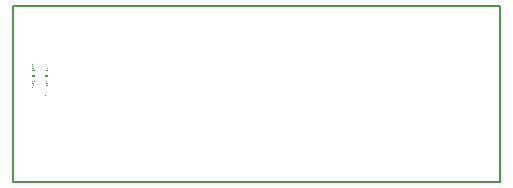
<source format=gbo>
G04 MADE WITH FRITZING*
G04 WWW.FRITZING.ORG*
G04 DOUBLE SIDED*
G04 HOLES PLATED*
G04 CONTOUR ON CENTER OF CONTOUR VECTOR*
%ASAXBY*%
%FSLAX23Y23*%
%MOIN*%
%OFA0B0*%
%SFA1.0B1.0*%
%ADD10R,1.628700X0.596846X1.612700X0.580846*%
%ADD11C,0.008000*%
%LNSILK0*%
G90*
G70*
G54D11*
X4Y593D02*
X1625Y593D01*
X1625Y4D01*
X4Y4D01*
X4Y593D01*
D02*
G36*
X133Y397D02*
X133Y397D01*
X132Y397D01*
X132Y396D01*
X132Y396D01*
X132Y397D01*
X133Y397D01*
G37*
D02*
G36*
X129Y397D02*
X129Y397D01*
X129Y397D01*
X129Y396D01*
X128Y396D01*
X128Y397D01*
X129Y397D01*
G37*
D02*
G36*
X126Y397D02*
X126Y397D01*
X125Y397D01*
X125Y396D01*
X125Y396D01*
X125Y397D01*
X126Y397D01*
G37*
D02*
G36*
X64Y397D02*
X64Y397D01*
X64Y397D01*
X64Y396D01*
X63Y396D01*
X63Y397D01*
X64Y397D01*
G37*
D02*
G36*
X60Y397D02*
X60Y397D01*
X60Y397D01*
X60Y396D01*
X59Y396D01*
X59Y397D01*
X60Y397D01*
G37*
D02*
G36*
X57Y397D02*
X57Y397D01*
X56Y397D01*
X56Y396D01*
X56Y396D01*
X56Y397D01*
X57Y397D01*
G37*
D02*
G36*
X136Y397D02*
X136Y394D01*
X136Y394D01*
X136Y397D01*
X136Y397D01*
G37*
D02*
G36*
X122Y397D02*
X122Y394D01*
X121Y394D01*
X121Y397D01*
X122Y397D01*
G37*
D02*
G36*
X68Y397D02*
X68Y394D01*
X67Y394D01*
X67Y397D01*
X68Y397D01*
G37*
D02*
G36*
X53Y397D02*
X53Y394D01*
X52Y394D01*
X52Y397D01*
X53Y397D01*
G37*
D02*
G36*
X133Y396D02*
X133Y394D01*
X132Y394D01*
X132Y395D01*
X132Y395D01*
X132Y396D01*
X133Y396D01*
G37*
D02*
G36*
X129Y396D02*
X129Y394D01*
X128Y394D01*
X128Y395D01*
X129Y395D01*
X129Y396D01*
X129Y396D01*
G37*
D02*
G36*
X126Y396D02*
X126Y394D01*
X125Y394D01*
X125Y395D01*
X125Y395D01*
X125Y396D01*
X126Y396D01*
G37*
D02*
G36*
X64Y396D02*
X64Y394D01*
X63Y394D01*
X63Y395D01*
X64Y395D01*
X64Y396D01*
X64Y396D01*
G37*
D02*
G36*
X60Y396D02*
X60Y394D01*
X59Y394D01*
X59Y395D01*
X60Y395D01*
X60Y396D01*
X60Y396D01*
G37*
D02*
G36*
X57Y396D02*
X57Y394D01*
X56Y394D01*
X56Y395D01*
X56Y395D01*
X56Y396D01*
X57Y396D01*
G37*
D02*
G36*
X140Y391D02*
X140Y390D01*
X140Y390D01*
X140Y389D01*
X139Y389D01*
X139Y391D01*
X140Y391D01*
G37*
D02*
G36*
X136Y391D02*
X136Y390D01*
X136Y390D01*
X136Y389D01*
X136Y389D01*
X136Y391D01*
X136Y391D01*
G37*
D02*
G36*
X133Y391D02*
X133Y390D01*
X132Y390D01*
X132Y389D01*
X132Y389D01*
X132Y391D01*
X133Y391D01*
G37*
D02*
G36*
X129Y391D02*
X129Y390D01*
X129Y390D01*
X129Y389D01*
X128Y389D01*
X128Y391D01*
X129Y391D01*
G37*
D02*
G36*
X126Y391D02*
X126Y390D01*
X125Y390D01*
X125Y389D01*
X125Y389D01*
X125Y391D01*
X126Y391D01*
G37*
D02*
G36*
X122Y391D02*
X122Y390D01*
X122Y390D01*
X122Y389D01*
X121Y389D01*
X121Y391D01*
X122Y391D01*
G37*
D02*
G36*
X97Y391D02*
X97Y390D01*
X96Y390D01*
X96Y389D01*
X96Y389D01*
X96Y391D01*
X97Y391D01*
G37*
D02*
G36*
X93Y391D02*
X93Y390D01*
X93Y390D01*
X93Y389D01*
X92Y389D01*
X92Y391D01*
X93Y391D01*
G37*
D02*
G36*
X68Y391D02*
X68Y390D01*
X67Y390D01*
X67Y389D01*
X67Y389D01*
X67Y391D01*
X68Y391D01*
G37*
D02*
G36*
X64Y391D02*
X64Y390D01*
X64Y390D01*
X64Y389D01*
X63Y389D01*
X63Y391D01*
X64Y391D01*
G37*
D02*
G36*
X60Y391D02*
X60Y390D01*
X60Y390D01*
X60Y389D01*
X59Y389D01*
X59Y391D01*
X60Y391D01*
G37*
D02*
G36*
X57Y391D02*
X57Y390D01*
X56Y390D01*
X56Y389D01*
X56Y389D01*
X56Y391D01*
X57Y391D01*
G37*
D02*
G36*
X53Y391D02*
X53Y390D01*
X53Y390D01*
X53Y389D01*
X52Y389D01*
X52Y391D01*
X53Y391D01*
G37*
D02*
G36*
X49Y391D02*
X49Y390D01*
X49Y390D01*
X49Y389D01*
X49Y389D01*
X49Y391D01*
X49Y391D01*
G37*
D02*
G36*
X118Y390D02*
X118Y387D01*
X117Y387D01*
X117Y390D01*
X118Y390D01*
G37*
D02*
G36*
X71Y390D02*
X71Y387D01*
X70Y387D01*
X70Y390D01*
X71Y390D01*
G37*
D02*
G36*
X46Y390D02*
X46Y387D01*
X45Y387D01*
X45Y390D01*
X46Y390D01*
G37*
D02*
G36*
X140Y389D02*
X140Y387D01*
X139Y387D01*
X139Y388D01*
X140Y388D01*
X140Y389D01*
X140Y389D01*
G37*
D02*
G36*
X136Y389D02*
X136Y387D01*
X136Y387D01*
X136Y388D01*
X136Y388D01*
X136Y389D01*
X136Y389D01*
G37*
D02*
G36*
X133Y389D02*
X133Y387D01*
X132Y387D01*
X132Y388D01*
X132Y388D01*
X132Y389D01*
X133Y389D01*
G37*
D02*
G36*
X129Y389D02*
X129Y387D01*
X128Y387D01*
X128Y388D01*
X129Y388D01*
X129Y389D01*
X129Y389D01*
G37*
D02*
G36*
X126Y389D02*
X126Y387D01*
X125Y387D01*
X125Y388D01*
X125Y388D01*
X125Y389D01*
X126Y389D01*
G37*
D02*
G36*
X122Y389D02*
X122Y387D01*
X121Y387D01*
X121Y388D01*
X122Y388D01*
X122Y389D01*
X122Y389D01*
G37*
D02*
G36*
X97Y389D02*
X97Y387D01*
X96Y387D01*
X96Y388D01*
X96Y388D01*
X96Y389D01*
X97Y389D01*
G37*
D02*
G36*
X93Y389D02*
X93Y387D01*
X92Y387D01*
X92Y388D01*
X93Y388D01*
X93Y389D01*
X93Y389D01*
G37*
D02*
G36*
X68Y389D02*
X68Y387D01*
X67Y387D01*
X67Y388D01*
X67Y388D01*
X67Y389D01*
X68Y389D01*
G37*
D02*
G36*
X64Y389D02*
X64Y387D01*
X63Y387D01*
X63Y388D01*
X64Y388D01*
X64Y389D01*
X64Y389D01*
G37*
D02*
G36*
X60Y389D02*
X60Y387D01*
X59Y387D01*
X59Y388D01*
X60Y388D01*
X60Y389D01*
X60Y389D01*
G37*
D02*
G36*
X57Y389D02*
X57Y387D01*
X56Y387D01*
X56Y388D01*
X56Y388D01*
X56Y389D01*
X57Y389D01*
G37*
D02*
G36*
X53Y389D02*
X53Y387D01*
X52Y387D01*
X52Y388D01*
X53Y388D01*
X53Y389D01*
X53Y389D01*
G37*
D02*
G36*
X49Y389D02*
X49Y387D01*
X49Y387D01*
X49Y388D01*
X49Y388D01*
X49Y389D01*
X49Y389D01*
G37*
D02*
G36*
X144Y388D02*
X144Y387D01*
X143Y387D01*
X143Y388D01*
X144Y388D01*
G37*
D02*
G36*
X144Y384D02*
X144Y383D01*
X143Y383D01*
X143Y383D01*
X143Y383D01*
X143Y384D01*
X144Y384D01*
G37*
D02*
G36*
X140Y384D02*
X140Y383D01*
X140Y383D01*
X140Y383D01*
X139Y383D01*
X139Y384D01*
X140Y384D01*
G37*
D02*
G36*
X136Y384D02*
X136Y383D01*
X136Y383D01*
X136Y383D01*
X136Y383D01*
X136Y384D01*
X136Y384D01*
G37*
D02*
G36*
X133Y384D02*
X133Y383D01*
X132Y383D01*
X132Y383D01*
X132Y383D01*
X132Y384D01*
X133Y384D01*
G37*
D02*
G36*
X129Y384D02*
X129Y383D01*
X129Y383D01*
X129Y383D01*
X128Y383D01*
X128Y384D01*
X129Y384D01*
G37*
D02*
G36*
X126Y384D02*
X126Y383D01*
X125Y383D01*
X125Y383D01*
X125Y383D01*
X125Y384D01*
X126Y384D01*
G37*
D02*
G36*
X122Y384D02*
X122Y383D01*
X122Y383D01*
X122Y383D01*
X121Y383D01*
X121Y384D01*
X122Y384D01*
G37*
D02*
G36*
X118Y384D02*
X118Y383D01*
X118Y383D01*
X118Y383D01*
X117Y383D01*
X117Y384D01*
X118Y384D01*
G37*
D02*
G36*
X97Y384D02*
X97Y383D01*
X96Y383D01*
X96Y383D01*
X96Y383D01*
X96Y384D01*
X97Y384D01*
G37*
D02*
G36*
X89Y384D02*
X89Y383D01*
X89Y383D01*
X89Y383D01*
X88Y383D01*
X88Y384D01*
X89Y384D01*
G37*
D02*
G36*
X71Y384D02*
X71Y383D01*
X71Y383D01*
X71Y383D01*
X70Y383D01*
X70Y384D01*
X71Y384D01*
G37*
D02*
G36*
X68Y384D02*
X68Y383D01*
X67Y383D01*
X67Y383D01*
X67Y383D01*
X67Y384D01*
X68Y384D01*
G37*
D02*
G36*
X64Y384D02*
X64Y383D01*
X64Y383D01*
X64Y383D01*
X63Y383D01*
X63Y384D01*
X64Y384D01*
G37*
D02*
G36*
X60Y384D02*
X60Y383D01*
X60Y383D01*
X60Y383D01*
X59Y383D01*
X59Y384D01*
X60Y384D01*
G37*
D02*
G36*
X57Y384D02*
X57Y383D01*
X56Y383D01*
X56Y383D01*
X56Y383D01*
X56Y384D01*
X57Y384D01*
G37*
D02*
G36*
X53Y384D02*
X53Y383D01*
X53Y383D01*
X53Y383D01*
X52Y383D01*
X52Y384D01*
X53Y384D01*
G37*
D02*
G36*
X49Y384D02*
X49Y383D01*
X49Y383D01*
X49Y383D01*
X49Y383D01*
X49Y384D01*
X49Y384D01*
G37*
D02*
G36*
X46Y384D02*
X46Y383D01*
X45Y383D01*
X45Y383D01*
X45Y383D01*
X45Y384D01*
X46Y384D01*
G37*
D02*
G36*
X147Y383D02*
X147Y381D01*
X146Y381D01*
X146Y383D01*
X147Y383D01*
G37*
D02*
G36*
X115Y383D02*
X115Y381D01*
X114Y381D01*
X114Y383D01*
X115Y383D01*
G37*
D02*
G36*
X86Y383D02*
X86Y381D01*
X85Y381D01*
X85Y383D01*
X86Y383D01*
G37*
D02*
G36*
X75Y383D02*
X75Y381D01*
X74Y381D01*
X74Y383D01*
X75Y383D01*
G37*
D02*
G36*
X42Y383D02*
X42Y381D01*
X41Y381D01*
X41Y383D01*
X42Y383D01*
G37*
D02*
G36*
X144Y382D02*
X144Y381D01*
X143Y381D01*
X143Y382D01*
X143Y382D01*
X143Y382D01*
X144Y382D01*
G37*
D02*
G36*
X140Y382D02*
X140Y381D01*
X139Y381D01*
X139Y382D01*
X140Y382D01*
X140Y382D01*
X140Y382D01*
G37*
D02*
G36*
X136Y382D02*
X136Y381D01*
X136Y381D01*
X136Y382D01*
X136Y382D01*
X136Y382D01*
X136Y382D01*
G37*
D02*
G36*
X133Y382D02*
X133Y381D01*
X132Y381D01*
X132Y382D01*
X132Y382D01*
X132Y382D01*
X133Y382D01*
G37*
D02*
G36*
X129Y382D02*
X129Y381D01*
X128Y381D01*
X128Y382D01*
X129Y382D01*
X129Y382D01*
X129Y382D01*
G37*
D02*
G36*
X126Y382D02*
X126Y381D01*
X125Y381D01*
X125Y382D01*
X125Y382D01*
X125Y382D01*
X126Y382D01*
G37*
D02*
G36*
X122Y382D02*
X122Y381D01*
X121Y381D01*
X121Y382D01*
X122Y382D01*
X122Y382D01*
X122Y382D01*
G37*
D02*
G36*
X118Y382D02*
X118Y381D01*
X117Y381D01*
X117Y382D01*
X118Y382D01*
X118Y382D01*
X118Y382D01*
G37*
D02*
G36*
X97Y382D02*
X97Y381D01*
X96Y381D01*
X96Y382D01*
X96Y382D01*
X96Y382D01*
X97Y382D01*
G37*
D02*
G36*
X89Y382D02*
X89Y381D01*
X88Y381D01*
X88Y382D01*
X89Y382D01*
X89Y382D01*
X89Y382D01*
G37*
D02*
G36*
X71Y382D02*
X71Y381D01*
X70Y381D01*
X70Y382D01*
X71Y382D01*
X71Y382D01*
X71Y382D01*
G37*
D02*
G36*
X68Y382D02*
X68Y381D01*
X67Y381D01*
X67Y382D01*
X67Y382D01*
X67Y382D01*
X68Y382D01*
G37*
D02*
G36*
X64Y382D02*
X64Y381D01*
X63Y381D01*
X63Y382D01*
X64Y382D01*
X64Y382D01*
X64Y382D01*
G37*
D02*
G36*
X60Y382D02*
X60Y381D01*
X59Y381D01*
X59Y382D01*
X60Y382D01*
X60Y382D01*
X60Y382D01*
G37*
D02*
G36*
X57Y382D02*
X57Y381D01*
X56Y381D01*
X56Y382D01*
X56Y382D01*
X56Y382D01*
X57Y382D01*
G37*
D02*
G36*
X53Y382D02*
X53Y381D01*
X52Y381D01*
X52Y382D01*
X53Y382D01*
X53Y382D01*
X53Y382D01*
G37*
D02*
G36*
X49Y382D02*
X49Y381D01*
X49Y381D01*
X49Y382D01*
X49Y382D01*
X49Y382D01*
X49Y382D01*
G37*
D02*
G36*
X46Y382D02*
X46Y381D01*
X45Y381D01*
X45Y382D01*
X45Y382D01*
X45Y382D01*
X46Y382D01*
G37*
D02*
G36*
X100Y382D02*
X100Y381D01*
X99Y381D01*
X99Y382D01*
X100Y382D01*
G37*
D02*
G36*
X147Y377D02*
X147Y376D01*
X147Y376D01*
X147Y376D01*
X146Y376D01*
X146Y377D01*
X147Y377D01*
G37*
D02*
G36*
X144Y377D02*
X144Y376D01*
X143Y376D01*
X143Y376D01*
X143Y376D01*
X143Y377D01*
X144Y377D01*
G37*
D02*
G36*
X140Y377D02*
X140Y376D01*
X140Y376D01*
X140Y376D01*
X139Y376D01*
X139Y377D01*
X140Y377D01*
G37*
D02*
G36*
X136Y377D02*
X136Y376D01*
X136Y376D01*
X136Y376D01*
X136Y376D01*
X136Y377D01*
X136Y377D01*
G37*
D02*
G36*
X133Y377D02*
X133Y376D01*
X132Y376D01*
X132Y376D01*
X132Y376D01*
X132Y377D01*
X133Y377D01*
G37*
D02*
G36*
X129Y377D02*
X129Y376D01*
X129Y376D01*
X129Y376D01*
X128Y376D01*
X128Y377D01*
X129Y377D01*
G37*
D02*
G36*
X126Y377D02*
X126Y376D01*
X125Y376D01*
X125Y376D01*
X125Y376D01*
X125Y377D01*
X126Y377D01*
G37*
D02*
G36*
X122Y377D02*
X122Y376D01*
X122Y376D01*
X122Y376D01*
X121Y376D01*
X121Y377D01*
X122Y377D01*
G37*
D02*
G36*
X118Y377D02*
X118Y376D01*
X118Y376D01*
X118Y376D01*
X117Y376D01*
X117Y377D01*
X118Y377D01*
G37*
D02*
G36*
X115Y377D02*
X115Y376D01*
X114Y376D01*
X114Y376D01*
X114Y376D01*
X114Y377D01*
X115Y377D01*
G37*
D02*
G36*
X100Y377D02*
X100Y376D01*
X100Y376D01*
X100Y376D01*
X99Y376D01*
X99Y377D01*
X100Y377D01*
G37*
D02*
G36*
X97Y377D02*
X97Y376D01*
X96Y376D01*
X96Y376D01*
X96Y376D01*
X96Y377D01*
X97Y377D01*
G37*
D02*
G36*
X93Y377D02*
X93Y376D01*
X93Y376D01*
X93Y376D01*
X92Y376D01*
X92Y377D01*
X93Y377D01*
G37*
D02*
G36*
X89Y377D02*
X89Y376D01*
X89Y376D01*
X89Y376D01*
X88Y376D01*
X88Y377D01*
X89Y377D01*
G37*
D02*
G36*
X75Y377D02*
X75Y376D01*
X74Y376D01*
X74Y376D01*
X74Y376D01*
X74Y377D01*
X75Y377D01*
G37*
D02*
G36*
X71Y377D02*
X71Y376D01*
X71Y376D01*
X71Y376D01*
X70Y376D01*
X70Y377D01*
X71Y377D01*
G37*
D02*
G36*
X68Y377D02*
X68Y376D01*
X67Y376D01*
X67Y376D01*
X67Y376D01*
X67Y377D01*
X68Y377D01*
G37*
D02*
G36*
X64Y377D02*
X64Y376D01*
X64Y376D01*
X64Y376D01*
X63Y376D01*
X63Y377D01*
X64Y377D01*
G37*
D02*
G36*
X60Y377D02*
X60Y376D01*
X60Y376D01*
X60Y376D01*
X59Y376D01*
X59Y377D01*
X60Y377D01*
G37*
D02*
G36*
X57Y377D02*
X57Y376D01*
X56Y376D01*
X56Y376D01*
X56Y376D01*
X56Y377D01*
X57Y377D01*
G37*
D02*
G36*
X53Y377D02*
X53Y376D01*
X53Y376D01*
X53Y376D01*
X52Y376D01*
X52Y377D01*
X53Y377D01*
G37*
D02*
G36*
X49Y377D02*
X49Y376D01*
X49Y376D01*
X49Y376D01*
X49Y376D01*
X49Y377D01*
X49Y377D01*
G37*
D02*
G36*
X46Y377D02*
X46Y376D01*
X45Y376D01*
X45Y376D01*
X45Y376D01*
X45Y377D01*
X46Y377D01*
G37*
D02*
G36*
X42Y377D02*
X42Y376D01*
X42Y376D01*
X42Y376D01*
X41Y376D01*
X41Y377D01*
X42Y377D01*
G37*
D02*
G36*
X111Y376D02*
X111Y374D01*
X110Y374D01*
X110Y376D01*
X111Y376D01*
G37*
D02*
G36*
X78Y376D02*
X78Y374D01*
X78Y374D01*
X78Y376D01*
X78Y376D01*
G37*
D02*
G36*
X147Y375D02*
X147Y374D01*
X146Y374D01*
X146Y375D01*
X147Y375D01*
X147Y375D01*
X147Y375D01*
G37*
D02*
G36*
X144Y375D02*
X144Y374D01*
X143Y374D01*
X143Y375D01*
X143Y375D01*
X143Y375D01*
X144Y375D01*
G37*
D02*
G36*
X140Y375D02*
X140Y374D01*
X139Y374D01*
X139Y375D01*
X140Y375D01*
X140Y375D01*
X140Y375D01*
G37*
D02*
G36*
X136Y375D02*
X136Y374D01*
X136Y374D01*
X136Y375D01*
X136Y375D01*
X136Y375D01*
X136Y375D01*
G37*
D02*
G36*
X133Y375D02*
X133Y374D01*
X132Y374D01*
X132Y375D01*
X132Y375D01*
X132Y375D01*
X133Y375D01*
G37*
D02*
G36*
X129Y375D02*
X129Y374D01*
X128Y374D01*
X128Y375D01*
X129Y375D01*
X129Y375D01*
X129Y375D01*
G37*
D02*
G36*
X126Y375D02*
X126Y374D01*
X125Y374D01*
X125Y375D01*
X125Y375D01*
X125Y375D01*
X126Y375D01*
G37*
D02*
G36*
X122Y375D02*
X122Y374D01*
X121Y374D01*
X121Y375D01*
X122Y375D01*
X122Y375D01*
X122Y375D01*
G37*
D02*
G36*
X118Y375D02*
X118Y374D01*
X117Y374D01*
X117Y375D01*
X118Y375D01*
X118Y375D01*
X118Y375D01*
G37*
D02*
G36*
X115Y375D02*
X115Y374D01*
X114Y374D01*
X114Y375D01*
X114Y375D01*
X114Y375D01*
X115Y375D01*
G37*
D02*
G36*
X100Y375D02*
X100Y374D01*
X99Y374D01*
X99Y375D01*
X100Y375D01*
X100Y375D01*
X100Y375D01*
G37*
D02*
G36*
X97Y375D02*
X97Y374D01*
X96Y374D01*
X96Y375D01*
X96Y375D01*
X96Y375D01*
X97Y375D01*
G37*
D02*
G36*
X93Y375D02*
X93Y374D01*
X92Y374D01*
X92Y375D01*
X93Y375D01*
X93Y375D01*
X93Y375D01*
G37*
D02*
G36*
X89Y375D02*
X89Y374D01*
X88Y374D01*
X88Y375D01*
X89Y375D01*
X89Y375D01*
X89Y375D01*
G37*
D02*
G36*
X75Y375D02*
X75Y374D01*
X74Y374D01*
X74Y375D01*
X74Y375D01*
X74Y375D01*
X75Y375D01*
G37*
D02*
G36*
X71Y375D02*
X71Y374D01*
X70Y374D01*
X70Y375D01*
X71Y375D01*
X71Y375D01*
X71Y375D01*
G37*
D02*
G36*
X68Y375D02*
X68Y374D01*
X67Y374D01*
X67Y375D01*
X67Y375D01*
X67Y375D01*
X68Y375D01*
G37*
D02*
G36*
X64Y375D02*
X64Y374D01*
X63Y374D01*
X63Y375D01*
X64Y375D01*
X64Y375D01*
X64Y375D01*
G37*
D02*
G36*
X60Y375D02*
X60Y374D01*
X59Y374D01*
X59Y375D01*
X60Y375D01*
X60Y375D01*
X60Y375D01*
G37*
D02*
G36*
X57Y375D02*
X57Y374D01*
X56Y374D01*
X56Y375D01*
X56Y375D01*
X56Y375D01*
X57Y375D01*
G37*
D02*
G36*
X53Y375D02*
X53Y374D01*
X52Y374D01*
X52Y375D01*
X53Y375D01*
X53Y375D01*
X53Y375D01*
G37*
D02*
G36*
X49Y375D02*
X49Y374D01*
X49Y374D01*
X49Y375D01*
X49Y375D01*
X49Y375D01*
X49Y375D01*
G37*
D02*
G36*
X46Y375D02*
X46Y374D01*
X45Y374D01*
X45Y375D01*
X45Y375D01*
X45Y375D01*
X46Y375D01*
G37*
D02*
G36*
X42Y375D02*
X42Y374D01*
X41Y374D01*
X41Y375D01*
X42Y375D01*
X42Y375D01*
X42Y375D01*
G37*
D02*
G36*
X104Y375D02*
X104Y374D01*
X103Y374D01*
X103Y375D01*
X104Y375D01*
G37*
D02*
G36*
X147Y370D02*
X147Y369D01*
X147Y369D01*
X147Y369D01*
X146Y369D01*
X146Y370D01*
X147Y370D01*
G37*
D02*
G36*
X144Y370D02*
X144Y369D01*
X143Y369D01*
X143Y369D01*
X143Y369D01*
X143Y370D01*
X144Y370D01*
G37*
D02*
G36*
X140Y370D02*
X140Y369D01*
X140Y369D01*
X140Y369D01*
X139Y369D01*
X139Y370D01*
X140Y370D01*
G37*
D02*
G36*
X136Y370D02*
X136Y369D01*
X136Y369D01*
X136Y369D01*
X136Y369D01*
X136Y370D01*
X136Y370D01*
G37*
D02*
G36*
X133Y370D02*
X133Y369D01*
X132Y369D01*
X132Y369D01*
X132Y369D01*
X132Y370D01*
X133Y370D01*
G37*
D02*
G36*
X129Y370D02*
X129Y369D01*
X129Y369D01*
X129Y369D01*
X128Y369D01*
X128Y370D01*
X129Y370D01*
G37*
D02*
G36*
X126Y370D02*
X126Y369D01*
X125Y369D01*
X125Y369D01*
X125Y369D01*
X125Y370D01*
X126Y370D01*
G37*
D02*
G36*
X122Y370D02*
X122Y369D01*
X122Y369D01*
X122Y369D01*
X121Y369D01*
X121Y370D01*
X122Y370D01*
G37*
D02*
G36*
X118Y370D02*
X118Y369D01*
X118Y369D01*
X118Y369D01*
X117Y369D01*
X117Y370D01*
X118Y370D01*
G37*
D02*
G36*
X115Y370D02*
X115Y369D01*
X114Y369D01*
X114Y369D01*
X114Y369D01*
X114Y370D01*
X115Y370D01*
G37*
D02*
G36*
X111Y370D02*
X111Y369D01*
X111Y369D01*
X111Y369D01*
X110Y369D01*
X110Y370D01*
X111Y370D01*
G37*
D02*
G36*
X104Y370D02*
X104Y369D01*
X103Y369D01*
X103Y369D01*
X103Y369D01*
X103Y370D01*
X104Y370D01*
G37*
D02*
G36*
X100Y370D02*
X100Y369D01*
X100Y369D01*
X100Y369D01*
X99Y369D01*
X99Y370D01*
X100Y370D01*
G37*
D02*
G36*
X97Y370D02*
X97Y369D01*
X96Y369D01*
X96Y369D01*
X96Y369D01*
X96Y370D01*
X97Y370D01*
G37*
D02*
G36*
X93Y370D02*
X93Y369D01*
X93Y369D01*
X93Y369D01*
X92Y369D01*
X92Y370D01*
X93Y370D01*
G37*
D02*
G36*
X89Y370D02*
X89Y369D01*
X89Y369D01*
X89Y369D01*
X88Y369D01*
X88Y370D01*
X89Y370D01*
G37*
D02*
G36*
X75Y370D02*
X75Y369D01*
X74Y369D01*
X74Y369D01*
X74Y369D01*
X74Y370D01*
X75Y370D01*
G37*
D02*
G36*
X71Y370D02*
X71Y369D01*
X71Y369D01*
X71Y369D01*
X70Y369D01*
X70Y370D01*
X71Y370D01*
G37*
D02*
G36*
X68Y370D02*
X68Y369D01*
X67Y369D01*
X67Y369D01*
X67Y369D01*
X67Y370D01*
X68Y370D01*
G37*
D02*
G36*
X64Y370D02*
X64Y369D01*
X64Y369D01*
X64Y369D01*
X63Y369D01*
X63Y370D01*
X64Y370D01*
G37*
D02*
G36*
X60Y370D02*
X60Y369D01*
X60Y369D01*
X60Y369D01*
X59Y369D01*
X59Y370D01*
X60Y370D01*
G37*
D02*
G36*
X57Y370D02*
X57Y369D01*
X56Y369D01*
X56Y369D01*
X56Y369D01*
X56Y370D01*
X57Y370D01*
G37*
D02*
G36*
X53Y370D02*
X53Y369D01*
X53Y369D01*
X53Y369D01*
X52Y369D01*
X52Y370D01*
X53Y370D01*
G37*
D02*
G36*
X49Y370D02*
X49Y369D01*
X49Y369D01*
X49Y369D01*
X49Y369D01*
X49Y370D01*
X49Y370D01*
G37*
D02*
G36*
X46Y370D02*
X46Y369D01*
X45Y369D01*
X45Y369D01*
X45Y369D01*
X45Y370D01*
X46Y370D01*
G37*
D02*
G36*
X42Y370D02*
X42Y369D01*
X42Y369D01*
X42Y369D01*
X41Y369D01*
X41Y370D01*
X42Y370D01*
G37*
D02*
G36*
X147Y368D02*
X147Y367D01*
X146Y367D01*
X146Y368D01*
X147Y368D01*
X147Y368D01*
X147Y368D01*
G37*
D02*
G36*
X144Y368D02*
X144Y367D01*
X143Y367D01*
X143Y368D01*
X143Y368D01*
X143Y368D01*
X144Y368D01*
G37*
D02*
G36*
X140Y368D02*
X140Y367D01*
X139Y367D01*
X139Y368D01*
X140Y368D01*
X140Y368D01*
X140Y368D01*
G37*
D02*
G36*
X136Y368D02*
X136Y367D01*
X136Y367D01*
X136Y368D01*
X136Y368D01*
X136Y368D01*
X136Y368D01*
G37*
D02*
G36*
X133Y368D02*
X133Y367D01*
X132Y367D01*
X132Y368D01*
X132Y368D01*
X132Y368D01*
X133Y368D01*
G37*
D02*
G36*
X129Y368D02*
X129Y367D01*
X128Y367D01*
X128Y368D01*
X129Y368D01*
X129Y368D01*
X129Y368D01*
G37*
D02*
G36*
X126Y368D02*
X126Y367D01*
X125Y367D01*
X125Y368D01*
X125Y368D01*
X125Y368D01*
X126Y368D01*
G37*
D02*
G36*
X122Y368D02*
X122Y367D01*
X121Y367D01*
X121Y368D01*
X122Y368D01*
X122Y368D01*
X122Y368D01*
G37*
D02*
G36*
X118Y368D02*
X118Y367D01*
X117Y367D01*
X117Y368D01*
X118Y368D01*
X118Y368D01*
X118Y368D01*
G37*
D02*
G36*
X115Y368D02*
X115Y367D01*
X114Y367D01*
X114Y368D01*
X114Y368D01*
X114Y368D01*
X115Y368D01*
G37*
D02*
G36*
X111Y368D02*
X111Y367D01*
X110Y367D01*
X110Y368D01*
X111Y368D01*
X111Y368D01*
X111Y368D01*
G37*
D02*
G36*
X104Y368D02*
X104Y367D01*
X103Y367D01*
X103Y368D01*
X103Y368D01*
X103Y368D01*
X104Y368D01*
G37*
D02*
G36*
X100Y368D02*
X100Y367D01*
X99Y367D01*
X99Y368D01*
X100Y368D01*
X100Y368D01*
X100Y368D01*
G37*
D02*
G36*
X97Y368D02*
X97Y367D01*
X96Y367D01*
X96Y368D01*
X96Y368D01*
X96Y368D01*
X97Y368D01*
G37*
D02*
G36*
X93Y368D02*
X93Y367D01*
X92Y367D01*
X92Y368D01*
X93Y368D01*
X93Y368D01*
X93Y368D01*
G37*
D02*
G36*
X89Y368D02*
X89Y367D01*
X88Y367D01*
X88Y368D01*
X89Y368D01*
X89Y368D01*
X89Y368D01*
G37*
D02*
G36*
X75Y368D02*
X75Y367D01*
X74Y367D01*
X74Y368D01*
X74Y368D01*
X74Y368D01*
X75Y368D01*
G37*
D02*
G36*
X71Y368D02*
X71Y367D01*
X70Y367D01*
X70Y368D01*
X71Y368D01*
X71Y368D01*
X71Y368D01*
G37*
D02*
G36*
X68Y368D02*
X68Y367D01*
X67Y367D01*
X67Y368D01*
X67Y368D01*
X67Y368D01*
X68Y368D01*
G37*
D02*
G36*
X64Y368D02*
X64Y367D01*
X63Y367D01*
X63Y368D01*
X64Y368D01*
X64Y368D01*
X64Y368D01*
G37*
D02*
G36*
X60Y368D02*
X60Y367D01*
X59Y367D01*
X59Y368D01*
X60Y368D01*
X60Y368D01*
X60Y368D01*
G37*
D02*
G36*
X57Y368D02*
X57Y367D01*
X56Y367D01*
X56Y368D01*
X56Y368D01*
X56Y368D01*
X57Y368D01*
G37*
D02*
G36*
X53Y368D02*
X53Y367D01*
X52Y367D01*
X52Y368D01*
X53Y368D01*
X53Y368D01*
X53Y368D01*
G37*
D02*
G36*
X49Y368D02*
X49Y367D01*
X49Y367D01*
X49Y368D01*
X49Y368D01*
X49Y368D01*
X49Y368D01*
G37*
D02*
G36*
X46Y368D02*
X46Y367D01*
X45Y367D01*
X45Y368D01*
X45Y368D01*
X45Y368D01*
X46Y368D01*
G37*
D02*
G36*
X42Y368D02*
X42Y367D01*
X41Y367D01*
X41Y368D01*
X42Y368D01*
X42Y368D01*
X42Y368D01*
G37*
D02*
G36*
X86Y368D02*
X86Y367D01*
X85Y367D01*
X85Y368D01*
X86Y368D01*
G37*
D02*
G36*
X147Y363D02*
X147Y363D01*
X147Y363D01*
X147Y362D01*
X146Y362D01*
X146Y363D01*
X147Y363D01*
G37*
D02*
G36*
X144Y363D02*
X144Y363D01*
X143Y363D01*
X143Y362D01*
X143Y362D01*
X143Y363D01*
X144Y363D01*
G37*
D02*
G36*
X140Y363D02*
X140Y363D01*
X140Y363D01*
X140Y362D01*
X139Y362D01*
X139Y363D01*
X140Y363D01*
G37*
D02*
G36*
X136Y363D02*
X136Y363D01*
X136Y363D01*
X136Y362D01*
X136Y362D01*
X136Y363D01*
X136Y363D01*
G37*
D02*
G36*
X133Y363D02*
X133Y363D01*
X132Y363D01*
X132Y362D01*
X132Y362D01*
X132Y363D01*
X133Y363D01*
G37*
D02*
G36*
X129Y363D02*
X129Y363D01*
X129Y363D01*
X129Y362D01*
X128Y362D01*
X128Y363D01*
X129Y363D01*
G37*
D02*
G36*
X126Y363D02*
X126Y363D01*
X125Y363D01*
X125Y362D01*
X125Y362D01*
X125Y363D01*
X126Y363D01*
G37*
D02*
G36*
X122Y363D02*
X122Y363D01*
X122Y363D01*
X122Y362D01*
X121Y362D01*
X121Y363D01*
X122Y363D01*
G37*
D02*
G36*
X118Y363D02*
X118Y363D01*
X118Y363D01*
X118Y362D01*
X117Y362D01*
X117Y363D01*
X118Y363D01*
G37*
D02*
G36*
X115Y363D02*
X115Y363D01*
X114Y363D01*
X114Y362D01*
X114Y362D01*
X114Y363D01*
X115Y363D01*
G37*
D02*
G36*
X111Y363D02*
X111Y363D01*
X111Y363D01*
X111Y362D01*
X110Y362D01*
X110Y363D01*
X111Y363D01*
G37*
D02*
G36*
X107Y363D02*
X107Y363D01*
X107Y363D01*
X107Y362D01*
X107Y362D01*
X107Y363D01*
X107Y363D01*
G37*
D02*
G36*
X104Y363D02*
X104Y363D01*
X103Y363D01*
X103Y362D01*
X103Y362D01*
X103Y363D01*
X104Y363D01*
G37*
D02*
G36*
X100Y363D02*
X100Y363D01*
X100Y363D01*
X100Y362D01*
X99Y362D01*
X99Y363D01*
X100Y363D01*
G37*
D02*
G36*
X97Y363D02*
X97Y363D01*
X96Y363D01*
X96Y362D01*
X96Y362D01*
X96Y363D01*
X97Y363D01*
G37*
D02*
G36*
X93Y363D02*
X93Y363D01*
X93Y363D01*
X93Y362D01*
X92Y362D01*
X92Y363D01*
X93Y363D01*
G37*
D02*
G36*
X89Y363D02*
X89Y363D01*
X89Y363D01*
X89Y362D01*
X88Y362D01*
X88Y363D01*
X89Y363D01*
G37*
D02*
G36*
X86Y363D02*
X86Y363D01*
X85Y363D01*
X85Y362D01*
X85Y362D01*
X85Y363D01*
X86Y363D01*
G37*
D02*
G36*
X82Y363D02*
X82Y363D01*
X82Y363D01*
X82Y362D01*
X81Y362D01*
X81Y363D01*
X82Y363D01*
G37*
D02*
G36*
X78Y363D02*
X78Y363D01*
X78Y363D01*
X78Y362D01*
X78Y362D01*
X78Y363D01*
X78Y363D01*
G37*
D02*
G36*
X75Y363D02*
X75Y363D01*
X74Y363D01*
X74Y362D01*
X74Y362D01*
X74Y363D01*
X75Y363D01*
G37*
D02*
G36*
X71Y363D02*
X71Y363D01*
X71Y363D01*
X71Y362D01*
X70Y362D01*
X70Y363D01*
X71Y363D01*
G37*
D02*
G36*
X68Y363D02*
X68Y363D01*
X67Y363D01*
X67Y362D01*
X67Y362D01*
X67Y363D01*
X68Y363D01*
G37*
D02*
G36*
X64Y363D02*
X64Y363D01*
X64Y363D01*
X64Y362D01*
X63Y362D01*
X63Y363D01*
X64Y363D01*
G37*
D02*
G36*
X60Y363D02*
X60Y363D01*
X60Y363D01*
X60Y362D01*
X59Y362D01*
X59Y363D01*
X60Y363D01*
G37*
D02*
G36*
X57Y363D02*
X57Y363D01*
X56Y363D01*
X56Y362D01*
X56Y362D01*
X56Y363D01*
X57Y363D01*
G37*
D02*
G36*
X53Y363D02*
X53Y363D01*
X53Y363D01*
X53Y362D01*
X52Y362D01*
X52Y363D01*
X53Y363D01*
G37*
D02*
G36*
X49Y363D02*
X49Y363D01*
X49Y363D01*
X49Y362D01*
X49Y362D01*
X49Y363D01*
X49Y363D01*
G37*
D02*
G36*
X46Y363D02*
X46Y363D01*
X45Y363D01*
X45Y362D01*
X45Y362D01*
X45Y363D01*
X46Y363D01*
G37*
D02*
G36*
X42Y363D02*
X42Y363D01*
X42Y363D01*
X42Y362D01*
X41Y362D01*
X41Y363D01*
X42Y363D01*
G37*
D02*
G36*
X147Y362D02*
X147Y360D01*
X146Y360D01*
X146Y361D01*
X147Y361D01*
X147Y362D01*
X147Y362D01*
G37*
D02*
G36*
X144Y362D02*
X144Y360D01*
X143Y360D01*
X143Y361D01*
X143Y361D01*
X143Y362D01*
X144Y362D01*
G37*
D02*
G36*
X140Y362D02*
X140Y360D01*
X139Y360D01*
X139Y361D01*
X140Y361D01*
X140Y362D01*
X140Y362D01*
G37*
D02*
G36*
X136Y362D02*
X136Y360D01*
X136Y360D01*
X136Y361D01*
X136Y361D01*
X136Y362D01*
X136Y362D01*
G37*
D02*
G36*
X133Y362D02*
X133Y360D01*
X132Y360D01*
X132Y361D01*
X132Y361D01*
X132Y362D01*
X133Y362D01*
G37*
D02*
G36*
X129Y362D02*
X129Y360D01*
X128Y360D01*
X128Y361D01*
X129Y361D01*
X129Y362D01*
X129Y362D01*
G37*
D02*
G36*
X126Y362D02*
X126Y360D01*
X125Y360D01*
X125Y361D01*
X125Y361D01*
X125Y362D01*
X126Y362D01*
G37*
D02*
G36*
X122Y362D02*
X122Y360D01*
X121Y360D01*
X121Y361D01*
X122Y361D01*
X122Y362D01*
X122Y362D01*
G37*
D02*
G36*
X118Y362D02*
X118Y360D01*
X117Y360D01*
X117Y361D01*
X118Y361D01*
X118Y362D01*
X118Y362D01*
G37*
D02*
G36*
X115Y362D02*
X115Y360D01*
X114Y360D01*
X114Y361D01*
X114Y361D01*
X114Y362D01*
X115Y362D01*
G37*
D02*
G36*
X111Y362D02*
X111Y360D01*
X110Y360D01*
X110Y361D01*
X111Y361D01*
X111Y362D01*
X111Y362D01*
G37*
D02*
G36*
X107Y362D02*
X107Y360D01*
X107Y360D01*
X107Y361D01*
X107Y361D01*
X107Y362D01*
X107Y362D01*
G37*
D02*
G36*
X104Y362D02*
X104Y360D01*
X103Y360D01*
X103Y361D01*
X103Y361D01*
X103Y362D01*
X104Y362D01*
G37*
D02*
G36*
X100Y362D02*
X100Y360D01*
X99Y360D01*
X99Y361D01*
X100Y361D01*
X100Y362D01*
X100Y362D01*
G37*
D02*
G36*
X97Y362D02*
X97Y360D01*
X96Y360D01*
X96Y361D01*
X96Y361D01*
X96Y362D01*
X97Y362D01*
G37*
D02*
G36*
X93Y362D02*
X93Y360D01*
X92Y360D01*
X92Y361D01*
X93Y361D01*
X93Y362D01*
X93Y362D01*
G37*
D02*
G36*
X89Y362D02*
X89Y360D01*
X88Y360D01*
X88Y361D01*
X89Y361D01*
X89Y362D01*
X89Y362D01*
G37*
D02*
G36*
X86Y362D02*
X86Y360D01*
X85Y360D01*
X85Y361D01*
X85Y361D01*
X85Y362D01*
X86Y362D01*
G37*
D02*
G36*
X82Y362D02*
X82Y360D01*
X81Y360D01*
X81Y361D01*
X82Y361D01*
X82Y362D01*
X82Y362D01*
G37*
D02*
G36*
X78Y362D02*
X78Y360D01*
X78Y360D01*
X78Y361D01*
X78Y361D01*
X78Y362D01*
X78Y362D01*
G37*
D02*
G36*
X75Y362D02*
X75Y360D01*
X74Y360D01*
X74Y361D01*
X74Y361D01*
X74Y362D01*
X75Y362D01*
G37*
D02*
G36*
X71Y362D02*
X71Y360D01*
X70Y360D01*
X70Y361D01*
X71Y361D01*
X71Y362D01*
X71Y362D01*
G37*
D02*
G36*
X68Y362D02*
X68Y360D01*
X67Y360D01*
X67Y361D01*
X67Y361D01*
X67Y362D01*
X68Y362D01*
G37*
D02*
G36*
X64Y362D02*
X64Y360D01*
X63Y360D01*
X63Y361D01*
X64Y361D01*
X64Y362D01*
X64Y362D01*
G37*
D02*
G36*
X60Y362D02*
X60Y360D01*
X59Y360D01*
X59Y361D01*
X60Y361D01*
X60Y362D01*
X60Y362D01*
G37*
D02*
G36*
X57Y362D02*
X57Y360D01*
X56Y360D01*
X56Y361D01*
X56Y361D01*
X56Y362D01*
X57Y362D01*
G37*
D02*
G36*
X53Y362D02*
X53Y360D01*
X52Y360D01*
X52Y361D01*
X53Y361D01*
X53Y362D01*
X53Y362D01*
G37*
D02*
G36*
X49Y362D02*
X49Y360D01*
X49Y360D01*
X49Y361D01*
X49Y361D01*
X49Y362D01*
X49Y362D01*
G37*
D02*
G36*
X46Y362D02*
X46Y360D01*
X45Y360D01*
X45Y361D01*
X45Y361D01*
X45Y362D01*
X46Y362D01*
G37*
D02*
G36*
X42Y362D02*
X42Y360D01*
X41Y360D01*
X41Y361D01*
X42Y361D01*
X42Y362D01*
X42Y362D01*
G37*
D02*
G36*
X147Y357D02*
X147Y356D01*
X147Y356D01*
X147Y355D01*
X146Y355D01*
X146Y357D01*
X147Y357D01*
G37*
D02*
G36*
X144Y357D02*
X144Y356D01*
X143Y356D01*
X143Y355D01*
X143Y355D01*
X143Y357D01*
X144Y357D01*
G37*
D02*
G36*
X140Y357D02*
X140Y356D01*
X140Y356D01*
X140Y355D01*
X139Y355D01*
X139Y357D01*
X140Y357D01*
G37*
D02*
G36*
X136Y357D02*
X136Y356D01*
X136Y356D01*
X136Y355D01*
X136Y355D01*
X136Y357D01*
X136Y357D01*
G37*
D02*
G36*
X133Y357D02*
X133Y356D01*
X132Y356D01*
X132Y355D01*
X132Y355D01*
X132Y357D01*
X133Y357D01*
G37*
D02*
G36*
X129Y357D02*
X129Y356D01*
X129Y356D01*
X129Y355D01*
X128Y355D01*
X128Y357D01*
X129Y357D01*
G37*
D02*
G36*
X126Y357D02*
X126Y356D01*
X125Y356D01*
X125Y355D01*
X125Y355D01*
X125Y357D01*
X126Y357D01*
G37*
D02*
G36*
X122Y357D02*
X122Y356D01*
X122Y356D01*
X122Y355D01*
X121Y355D01*
X121Y357D01*
X122Y357D01*
G37*
D02*
G36*
X118Y357D02*
X118Y356D01*
X118Y356D01*
X118Y355D01*
X117Y355D01*
X117Y357D01*
X118Y357D01*
G37*
D02*
G36*
X115Y357D02*
X115Y356D01*
X114Y356D01*
X114Y355D01*
X114Y355D01*
X114Y357D01*
X115Y357D01*
G37*
D02*
G36*
X111Y357D02*
X111Y356D01*
X111Y356D01*
X111Y355D01*
X110Y355D01*
X110Y357D01*
X111Y357D01*
G37*
D02*
G36*
X107Y357D02*
X107Y356D01*
X107Y356D01*
X107Y355D01*
X107Y355D01*
X107Y357D01*
X107Y357D01*
G37*
D02*
G36*
X104Y357D02*
X104Y356D01*
X103Y356D01*
X103Y355D01*
X103Y355D01*
X103Y357D01*
X104Y357D01*
G37*
D02*
G36*
X100Y357D02*
X100Y356D01*
X100Y356D01*
X100Y355D01*
X99Y355D01*
X99Y357D01*
X100Y357D01*
G37*
D02*
G36*
X97Y357D02*
X97Y356D01*
X96Y356D01*
X96Y355D01*
X96Y355D01*
X96Y357D01*
X97Y357D01*
G37*
D02*
G36*
X93Y357D02*
X93Y356D01*
X93Y356D01*
X93Y355D01*
X92Y355D01*
X92Y357D01*
X93Y357D01*
G37*
D02*
G36*
X89Y357D02*
X89Y356D01*
X89Y356D01*
X89Y355D01*
X88Y355D01*
X88Y357D01*
X89Y357D01*
G37*
D02*
G36*
X86Y357D02*
X86Y356D01*
X85Y356D01*
X85Y355D01*
X85Y355D01*
X85Y357D01*
X86Y357D01*
G37*
D02*
G36*
X82Y357D02*
X82Y356D01*
X82Y356D01*
X82Y355D01*
X81Y355D01*
X81Y357D01*
X82Y357D01*
G37*
D02*
G36*
X78Y357D02*
X78Y356D01*
X78Y356D01*
X78Y355D01*
X78Y355D01*
X78Y357D01*
X78Y357D01*
G37*
D02*
G36*
X75Y357D02*
X75Y356D01*
X74Y356D01*
X74Y355D01*
X74Y355D01*
X74Y357D01*
X75Y357D01*
G37*
D02*
G36*
X71Y357D02*
X71Y356D01*
X71Y356D01*
X71Y355D01*
X70Y355D01*
X70Y357D01*
X71Y357D01*
G37*
D02*
G36*
X68Y357D02*
X68Y356D01*
X67Y356D01*
X67Y355D01*
X67Y355D01*
X67Y357D01*
X68Y357D01*
G37*
D02*
G36*
X64Y357D02*
X64Y356D01*
X64Y356D01*
X64Y355D01*
X63Y355D01*
X63Y357D01*
X64Y357D01*
G37*
D02*
G36*
X60Y357D02*
X60Y356D01*
X60Y356D01*
X60Y355D01*
X59Y355D01*
X59Y357D01*
X60Y357D01*
G37*
D02*
G36*
X57Y357D02*
X57Y356D01*
X56Y356D01*
X56Y355D01*
X56Y355D01*
X56Y357D01*
X57Y357D01*
G37*
D02*
G36*
X53Y357D02*
X53Y356D01*
X53Y356D01*
X53Y355D01*
X52Y355D01*
X52Y357D01*
X53Y357D01*
G37*
D02*
G36*
X49Y357D02*
X49Y356D01*
X49Y356D01*
X49Y355D01*
X49Y355D01*
X49Y357D01*
X49Y357D01*
G37*
D02*
G36*
X46Y357D02*
X46Y356D01*
X45Y356D01*
X45Y355D01*
X45Y355D01*
X45Y357D01*
X46Y357D01*
G37*
D02*
G36*
X42Y357D02*
X42Y356D01*
X42Y356D01*
X42Y355D01*
X41Y355D01*
X41Y357D01*
X42Y357D01*
G37*
D02*
G36*
X147Y355D02*
X147Y354D01*
X146Y354D01*
X146Y354D01*
X147Y354D01*
X147Y355D01*
X147Y355D01*
G37*
D02*
G36*
X144Y355D02*
X144Y354D01*
X143Y354D01*
X143Y354D01*
X143Y354D01*
X143Y355D01*
X144Y355D01*
G37*
D02*
G36*
X140Y355D02*
X140Y354D01*
X139Y354D01*
X139Y354D01*
X140Y354D01*
X140Y355D01*
X140Y355D01*
G37*
D02*
G36*
X136Y355D02*
X136Y354D01*
X136Y354D01*
X136Y354D01*
X136Y354D01*
X136Y355D01*
X136Y355D01*
G37*
D02*
G36*
X133Y355D02*
X133Y354D01*
X132Y354D01*
X132Y354D01*
X132Y354D01*
X132Y355D01*
X133Y355D01*
G37*
D02*
G36*
X129Y355D02*
X129Y354D01*
X128Y354D01*
X128Y354D01*
X129Y354D01*
X129Y355D01*
X129Y355D01*
G37*
D02*
G36*
X126Y355D02*
X126Y354D01*
X125Y354D01*
X125Y354D01*
X125Y354D01*
X125Y355D01*
X126Y355D01*
G37*
D02*
G36*
X122Y355D02*
X122Y354D01*
X121Y354D01*
X121Y354D01*
X122Y354D01*
X122Y355D01*
X122Y355D01*
G37*
D02*
G36*
X118Y355D02*
X118Y354D01*
X117Y354D01*
X117Y354D01*
X118Y354D01*
X118Y355D01*
X118Y355D01*
G37*
D02*
G36*
X115Y355D02*
X115Y354D01*
X114Y354D01*
X114Y354D01*
X114Y354D01*
X114Y355D01*
X115Y355D01*
G37*
D02*
G36*
X111Y355D02*
X111Y354D01*
X110Y354D01*
X110Y354D01*
X111Y354D01*
X111Y355D01*
X111Y355D01*
G37*
D02*
G36*
X107Y355D02*
X107Y354D01*
X107Y354D01*
X107Y354D01*
X107Y354D01*
X107Y355D01*
X107Y355D01*
G37*
D02*
G36*
X104Y355D02*
X104Y354D01*
X103Y354D01*
X103Y354D01*
X103Y354D01*
X103Y355D01*
X104Y355D01*
G37*
D02*
G36*
X100Y355D02*
X100Y354D01*
X99Y354D01*
X99Y354D01*
X100Y354D01*
X100Y355D01*
X100Y355D01*
G37*
D02*
G36*
X97Y355D02*
X97Y354D01*
X96Y354D01*
X96Y354D01*
X96Y354D01*
X96Y355D01*
X97Y355D01*
G37*
D02*
G36*
X93Y355D02*
X93Y354D01*
X92Y354D01*
X92Y354D01*
X93Y354D01*
X93Y355D01*
X93Y355D01*
G37*
D02*
G36*
X89Y355D02*
X89Y354D01*
X88Y354D01*
X88Y354D01*
X89Y354D01*
X89Y355D01*
X89Y355D01*
G37*
D02*
G36*
X86Y355D02*
X86Y354D01*
X85Y354D01*
X85Y354D01*
X85Y354D01*
X85Y355D01*
X86Y355D01*
G37*
D02*
G36*
X82Y355D02*
X82Y354D01*
X81Y354D01*
X81Y354D01*
X82Y354D01*
X82Y355D01*
X82Y355D01*
G37*
D02*
G36*
X78Y355D02*
X78Y354D01*
X78Y354D01*
X78Y354D01*
X78Y354D01*
X78Y355D01*
X78Y355D01*
G37*
D02*
G36*
X75Y355D02*
X75Y354D01*
X74Y354D01*
X74Y354D01*
X74Y354D01*
X74Y355D01*
X75Y355D01*
G37*
D02*
G36*
X71Y355D02*
X71Y354D01*
X70Y354D01*
X70Y354D01*
X71Y354D01*
X71Y355D01*
X71Y355D01*
G37*
D02*
G36*
X68Y355D02*
X68Y354D01*
X67Y354D01*
X67Y354D01*
X67Y354D01*
X67Y355D01*
X68Y355D01*
G37*
D02*
G36*
X64Y355D02*
X64Y354D01*
X63Y354D01*
X63Y354D01*
X64Y354D01*
X64Y355D01*
X64Y355D01*
G37*
D02*
G36*
X60Y355D02*
X60Y354D01*
X59Y354D01*
X59Y354D01*
X60Y354D01*
X60Y355D01*
X60Y355D01*
G37*
D02*
G36*
X57Y355D02*
X57Y354D01*
X56Y354D01*
X56Y354D01*
X56Y354D01*
X56Y355D01*
X57Y355D01*
G37*
D02*
G36*
X53Y355D02*
X53Y354D01*
X52Y354D01*
X52Y354D01*
X53Y354D01*
X53Y355D01*
X53Y355D01*
G37*
D02*
G36*
X49Y355D02*
X49Y354D01*
X49Y354D01*
X49Y354D01*
X49Y354D01*
X49Y355D01*
X49Y355D01*
G37*
D02*
G36*
X46Y355D02*
X46Y354D01*
X45Y354D01*
X45Y354D01*
X45Y354D01*
X45Y355D01*
X46Y355D01*
G37*
D02*
G36*
X42Y355D02*
X42Y354D01*
X41Y354D01*
X41Y354D01*
X42Y354D01*
X42Y355D01*
X42Y355D01*
G37*
D02*
G36*
X144Y350D02*
X144Y349D01*
X143Y349D01*
X143Y349D01*
X143Y349D01*
X143Y350D01*
X144Y350D01*
G37*
D02*
G36*
X140Y350D02*
X140Y349D01*
X140Y349D01*
X140Y349D01*
X139Y349D01*
X139Y350D01*
X140Y350D01*
G37*
D02*
G36*
X136Y350D02*
X136Y349D01*
X136Y349D01*
X136Y349D01*
X136Y349D01*
X136Y350D01*
X136Y350D01*
G37*
D02*
G36*
X133Y350D02*
X133Y349D01*
X132Y349D01*
X132Y349D01*
X132Y349D01*
X132Y350D01*
X133Y350D01*
G37*
D02*
G36*
X129Y350D02*
X129Y349D01*
X129Y349D01*
X129Y349D01*
X128Y349D01*
X128Y350D01*
X129Y350D01*
G37*
D02*
G36*
X122Y350D02*
X122Y349D01*
X122Y349D01*
X122Y349D01*
X121Y349D01*
X121Y350D01*
X122Y350D01*
G37*
D02*
G36*
X118Y350D02*
X118Y349D01*
X118Y349D01*
X118Y349D01*
X117Y349D01*
X117Y350D01*
X118Y350D01*
G37*
D02*
G36*
X115Y350D02*
X115Y349D01*
X114Y349D01*
X114Y349D01*
X114Y349D01*
X114Y350D01*
X115Y350D01*
G37*
D02*
G36*
X111Y350D02*
X111Y349D01*
X111Y349D01*
X111Y349D01*
X110Y349D01*
X110Y350D01*
X111Y350D01*
G37*
D02*
G36*
X107Y350D02*
X107Y349D01*
X107Y349D01*
X107Y349D01*
X107Y349D01*
X107Y350D01*
X107Y350D01*
G37*
D02*
G36*
X104Y350D02*
X104Y349D01*
X103Y349D01*
X103Y349D01*
X103Y349D01*
X103Y350D01*
X104Y350D01*
G37*
D02*
G36*
X100Y350D02*
X100Y349D01*
X100Y349D01*
X100Y349D01*
X99Y349D01*
X99Y350D01*
X100Y350D01*
G37*
D02*
G36*
X97Y350D02*
X97Y349D01*
X96Y349D01*
X96Y349D01*
X96Y349D01*
X96Y350D01*
X97Y350D01*
G37*
D02*
G36*
X93Y350D02*
X93Y349D01*
X93Y349D01*
X93Y349D01*
X92Y349D01*
X92Y350D01*
X93Y350D01*
G37*
D02*
G36*
X89Y350D02*
X89Y349D01*
X89Y349D01*
X89Y349D01*
X88Y349D01*
X88Y350D01*
X89Y350D01*
G37*
D02*
G36*
X86Y350D02*
X86Y349D01*
X85Y349D01*
X85Y349D01*
X85Y349D01*
X85Y350D01*
X86Y350D01*
G37*
D02*
G36*
X82Y350D02*
X82Y349D01*
X82Y349D01*
X82Y349D01*
X81Y349D01*
X81Y350D01*
X82Y350D01*
G37*
D02*
G36*
X78Y350D02*
X78Y349D01*
X78Y349D01*
X78Y349D01*
X78Y349D01*
X78Y350D01*
X78Y350D01*
G37*
D02*
G36*
X75Y350D02*
X75Y349D01*
X74Y349D01*
X74Y349D01*
X74Y349D01*
X74Y350D01*
X75Y350D01*
G37*
D02*
G36*
X71Y350D02*
X71Y349D01*
X71Y349D01*
X71Y349D01*
X70Y349D01*
X70Y350D01*
X71Y350D01*
G37*
D02*
G36*
X68Y350D02*
X68Y349D01*
X67Y349D01*
X67Y349D01*
X67Y349D01*
X67Y350D01*
X68Y350D01*
G37*
D02*
G36*
X64Y350D02*
X64Y349D01*
X64Y349D01*
X64Y349D01*
X63Y349D01*
X63Y350D01*
X64Y350D01*
G37*
D02*
G36*
X57Y350D02*
X57Y349D01*
X56Y349D01*
X56Y349D01*
X56Y349D01*
X56Y350D01*
X57Y350D01*
G37*
D02*
G36*
X53Y350D02*
X53Y349D01*
X53Y349D01*
X53Y349D01*
X52Y349D01*
X52Y350D01*
X53Y350D01*
G37*
D02*
G36*
X49Y350D02*
X49Y349D01*
X49Y349D01*
X49Y349D01*
X49Y349D01*
X49Y350D01*
X49Y350D01*
G37*
D02*
G36*
X46Y350D02*
X46Y349D01*
X45Y349D01*
X45Y349D01*
X45Y349D01*
X45Y350D01*
X46Y350D01*
G37*
D02*
G36*
X144Y348D02*
X144Y347D01*
X143Y347D01*
X143Y348D01*
X143Y348D01*
X143Y348D01*
X144Y348D01*
G37*
D02*
G36*
X140Y348D02*
X140Y347D01*
X139Y347D01*
X139Y348D01*
X140Y348D01*
X140Y348D01*
X140Y348D01*
G37*
D02*
G36*
X136Y348D02*
X136Y347D01*
X136Y347D01*
X136Y348D01*
X136Y348D01*
X136Y348D01*
X136Y348D01*
G37*
D02*
G36*
X133Y348D02*
X133Y347D01*
X132Y347D01*
X132Y348D01*
X132Y348D01*
X132Y348D01*
X133Y348D01*
G37*
D02*
G36*
X129Y348D02*
X129Y347D01*
X128Y347D01*
X128Y348D01*
X129Y348D01*
X129Y348D01*
X129Y348D01*
G37*
D02*
G36*
X122Y348D02*
X122Y347D01*
X121Y347D01*
X121Y348D01*
X122Y348D01*
X122Y348D01*
X122Y348D01*
G37*
D02*
G36*
X118Y348D02*
X118Y347D01*
X117Y347D01*
X117Y348D01*
X118Y348D01*
X118Y348D01*
X118Y348D01*
G37*
D02*
G36*
X115Y348D02*
X115Y347D01*
X114Y347D01*
X114Y348D01*
X114Y348D01*
X114Y348D01*
X115Y348D01*
G37*
D02*
G36*
X111Y348D02*
X111Y347D01*
X110Y347D01*
X110Y348D01*
X111Y348D01*
X111Y348D01*
X111Y348D01*
G37*
D02*
G36*
X107Y348D02*
X107Y347D01*
X107Y347D01*
X107Y348D01*
X107Y348D01*
X107Y348D01*
X107Y348D01*
G37*
D02*
G36*
X104Y348D02*
X104Y347D01*
X103Y347D01*
X103Y348D01*
X103Y348D01*
X103Y348D01*
X104Y348D01*
G37*
D02*
G36*
X100Y348D02*
X100Y347D01*
X99Y347D01*
X99Y348D01*
X100Y348D01*
X100Y348D01*
X100Y348D01*
G37*
D02*
G36*
X97Y348D02*
X97Y347D01*
X96Y347D01*
X96Y348D01*
X96Y348D01*
X96Y348D01*
X97Y348D01*
G37*
D02*
G36*
X93Y348D02*
X93Y347D01*
X92Y347D01*
X92Y348D01*
X93Y348D01*
X93Y348D01*
X93Y348D01*
G37*
D02*
G36*
X89Y348D02*
X89Y347D01*
X88Y347D01*
X88Y348D01*
X89Y348D01*
X89Y348D01*
X89Y348D01*
G37*
D02*
G36*
X86Y348D02*
X86Y347D01*
X85Y347D01*
X85Y348D01*
X85Y348D01*
X85Y348D01*
X86Y348D01*
G37*
D02*
G36*
X82Y348D02*
X82Y347D01*
X81Y347D01*
X81Y348D01*
X82Y348D01*
X82Y348D01*
X82Y348D01*
G37*
D02*
G36*
X78Y348D02*
X78Y347D01*
X78Y347D01*
X78Y348D01*
X78Y348D01*
X78Y348D01*
X78Y348D01*
G37*
D02*
G36*
X75Y348D02*
X75Y347D01*
X74Y347D01*
X74Y348D01*
X74Y348D01*
X74Y348D01*
X75Y348D01*
G37*
D02*
G36*
X71Y348D02*
X71Y347D01*
X70Y347D01*
X70Y348D01*
X71Y348D01*
X71Y348D01*
X71Y348D01*
G37*
D02*
G36*
X68Y348D02*
X68Y347D01*
X67Y347D01*
X67Y348D01*
X67Y348D01*
X67Y348D01*
X68Y348D01*
G37*
D02*
G36*
X64Y348D02*
X64Y347D01*
X63Y347D01*
X63Y348D01*
X64Y348D01*
X64Y348D01*
X64Y348D01*
G37*
D02*
G36*
X57Y348D02*
X57Y347D01*
X56Y347D01*
X56Y348D01*
X56Y348D01*
X56Y348D01*
X57Y348D01*
G37*
D02*
G36*
X53Y348D02*
X53Y347D01*
X52Y347D01*
X52Y348D01*
X53Y348D01*
X53Y348D01*
X53Y348D01*
G37*
D02*
G36*
X49Y348D02*
X49Y347D01*
X49Y347D01*
X49Y348D01*
X49Y348D01*
X49Y348D01*
X49Y348D01*
G37*
D02*
G36*
X46Y348D02*
X46Y347D01*
X45Y347D01*
X45Y348D01*
X45Y348D01*
X45Y348D01*
X46Y348D01*
G37*
D02*
G36*
X140Y343D02*
X140Y342D01*
X140Y342D01*
X140Y342D01*
X139Y342D01*
X139Y343D01*
X140Y343D01*
G37*
D02*
G36*
X133Y343D02*
X133Y342D01*
X132Y342D01*
X132Y342D01*
X132Y342D01*
X132Y343D01*
X133Y343D01*
G37*
D02*
G36*
X129Y343D02*
X129Y342D01*
X129Y342D01*
X129Y342D01*
X128Y342D01*
X128Y343D01*
X129Y343D01*
G37*
D02*
G36*
X126Y343D02*
X126Y342D01*
X125Y342D01*
X125Y342D01*
X125Y342D01*
X125Y343D01*
X126Y343D01*
G37*
D02*
G36*
X122Y343D02*
X122Y342D01*
X122Y342D01*
X122Y342D01*
X121Y342D01*
X121Y343D01*
X122Y343D01*
G37*
D02*
G36*
X115Y343D02*
X115Y342D01*
X114Y342D01*
X114Y342D01*
X114Y342D01*
X114Y343D01*
X115Y343D01*
G37*
D02*
G36*
X100Y343D02*
X100Y342D01*
X100Y342D01*
X100Y342D01*
X99Y342D01*
X99Y343D01*
X100Y343D01*
G37*
D02*
G36*
X97Y343D02*
X97Y342D01*
X96Y342D01*
X96Y342D01*
X96Y342D01*
X96Y343D01*
X97Y343D01*
G37*
D02*
G36*
X93Y343D02*
X93Y342D01*
X93Y342D01*
X93Y342D01*
X92Y342D01*
X92Y343D01*
X93Y343D01*
G37*
D02*
G36*
X89Y343D02*
X89Y342D01*
X89Y342D01*
X89Y342D01*
X88Y342D01*
X88Y343D01*
X89Y343D01*
G37*
D02*
G36*
X75Y343D02*
X75Y342D01*
X74Y342D01*
X74Y342D01*
X74Y342D01*
X74Y343D01*
X75Y343D01*
G37*
D02*
G36*
X68Y343D02*
X68Y342D01*
X67Y342D01*
X67Y342D01*
X67Y342D01*
X67Y343D01*
X68Y343D01*
G37*
D02*
G36*
X64Y343D02*
X64Y342D01*
X64Y342D01*
X64Y342D01*
X63Y342D01*
X63Y343D01*
X64Y343D01*
G37*
D02*
G36*
X60Y343D02*
X60Y342D01*
X60Y342D01*
X60Y342D01*
X59Y342D01*
X59Y343D01*
X60Y343D01*
G37*
D02*
G36*
X57Y343D02*
X57Y342D01*
X56Y342D01*
X56Y342D01*
X56Y342D01*
X56Y343D01*
X57Y343D01*
G37*
D02*
G36*
X53Y343D02*
X53Y342D01*
X53Y342D01*
X53Y342D01*
X52Y342D01*
X52Y343D01*
X53Y343D01*
G37*
D02*
G36*
X49Y343D02*
X49Y342D01*
X49Y342D01*
X49Y342D01*
X49Y342D01*
X49Y343D01*
X49Y343D01*
G37*
D02*
G36*
X140Y341D02*
X140Y340D01*
X139Y340D01*
X139Y341D01*
X140Y341D01*
X140Y341D01*
X140Y341D01*
G37*
D02*
G36*
X133Y341D02*
X133Y340D01*
X132Y340D01*
X132Y341D01*
X132Y341D01*
X132Y341D01*
X133Y341D01*
G37*
D02*
G36*
X129Y341D02*
X129Y340D01*
X128Y340D01*
X128Y341D01*
X129Y341D01*
X129Y341D01*
X129Y341D01*
G37*
D02*
G36*
X126Y341D02*
X126Y340D01*
X125Y340D01*
X125Y341D01*
X125Y341D01*
X125Y341D01*
X126Y341D01*
G37*
D02*
G36*
X122Y341D02*
X122Y340D01*
X121Y340D01*
X121Y341D01*
X122Y341D01*
X122Y341D01*
X122Y341D01*
G37*
D02*
G36*
X115Y341D02*
X115Y340D01*
X114Y340D01*
X114Y341D01*
X114Y341D01*
X114Y341D01*
X115Y341D01*
G37*
D02*
G36*
X100Y341D02*
X100Y340D01*
X99Y340D01*
X99Y341D01*
X100Y341D01*
X100Y341D01*
X100Y341D01*
G37*
D02*
G36*
X97Y341D02*
X97Y340D01*
X96Y340D01*
X96Y341D01*
X96Y341D01*
X96Y341D01*
X97Y341D01*
G37*
D02*
G36*
X93Y341D02*
X93Y340D01*
X92Y340D01*
X92Y341D01*
X93Y341D01*
X93Y341D01*
X93Y341D01*
G37*
D02*
G36*
X89Y341D02*
X89Y340D01*
X88Y340D01*
X88Y341D01*
X89Y341D01*
X89Y341D01*
X89Y341D01*
G37*
D02*
G36*
X75Y341D02*
X75Y340D01*
X74Y340D01*
X74Y341D01*
X74Y341D01*
X74Y341D01*
X75Y341D01*
G37*
D02*
G36*
X68Y341D02*
X68Y340D01*
X67Y340D01*
X67Y341D01*
X67Y341D01*
X67Y341D01*
X68Y341D01*
G37*
D02*
G36*
X64Y341D02*
X64Y340D01*
X63Y340D01*
X63Y341D01*
X64Y341D01*
X64Y341D01*
X64Y341D01*
G37*
D02*
G36*
X60Y341D02*
X60Y340D01*
X59Y340D01*
X59Y341D01*
X60Y341D01*
X60Y341D01*
X60Y341D01*
G37*
D02*
G36*
X57Y341D02*
X57Y340D01*
X56Y340D01*
X56Y341D01*
X56Y341D01*
X56Y341D01*
X57Y341D01*
G37*
D02*
G36*
X53Y341D02*
X53Y340D01*
X52Y340D01*
X52Y341D01*
X53Y341D01*
X53Y341D01*
X53Y341D01*
G37*
D02*
G36*
X49Y341D02*
X49Y340D01*
X49Y340D01*
X49Y341D01*
X49Y341D01*
X49Y341D01*
X49Y341D01*
G37*
D02*
G36*
X144Y336D02*
X144Y335D01*
X143Y335D01*
X143Y335D01*
X143Y335D01*
X143Y336D01*
X144Y336D01*
G37*
D02*
G36*
X140Y336D02*
X140Y335D01*
X140Y335D01*
X140Y335D01*
X139Y335D01*
X139Y336D01*
X140Y336D01*
G37*
D02*
G36*
X136Y336D02*
X136Y335D01*
X136Y335D01*
X136Y335D01*
X136Y335D01*
X136Y336D01*
X136Y336D01*
G37*
D02*
G36*
X133Y336D02*
X133Y335D01*
X132Y335D01*
X132Y335D01*
X132Y335D01*
X132Y336D01*
X133Y336D01*
G37*
D02*
G36*
X129Y336D02*
X129Y335D01*
X129Y335D01*
X129Y335D01*
X128Y335D01*
X128Y336D01*
X129Y336D01*
G37*
D02*
G36*
X126Y336D02*
X126Y335D01*
X125Y335D01*
X125Y335D01*
X125Y335D01*
X125Y336D01*
X126Y336D01*
G37*
D02*
G36*
X122Y336D02*
X122Y335D01*
X122Y335D01*
X122Y335D01*
X121Y335D01*
X121Y336D01*
X122Y336D01*
G37*
D02*
G36*
X118Y336D02*
X118Y335D01*
X118Y335D01*
X118Y335D01*
X117Y335D01*
X117Y336D01*
X118Y336D01*
G37*
D02*
G36*
X115Y336D02*
X115Y335D01*
X114Y335D01*
X114Y335D01*
X114Y335D01*
X114Y336D01*
X115Y336D01*
G37*
D02*
G36*
X97Y336D02*
X97Y335D01*
X96Y335D01*
X96Y335D01*
X96Y335D01*
X96Y336D01*
X97Y336D01*
G37*
D02*
G36*
X93Y336D02*
X93Y335D01*
X93Y335D01*
X93Y335D01*
X92Y335D01*
X92Y336D01*
X93Y336D01*
G37*
D02*
G36*
X71Y336D02*
X71Y335D01*
X71Y335D01*
X71Y335D01*
X70Y335D01*
X70Y336D01*
X71Y336D01*
G37*
D02*
G36*
X68Y336D02*
X68Y335D01*
X67Y335D01*
X67Y335D01*
X67Y335D01*
X67Y336D01*
X68Y336D01*
G37*
D02*
G36*
X64Y336D02*
X64Y335D01*
X64Y335D01*
X64Y335D01*
X63Y335D01*
X63Y336D01*
X64Y336D01*
G37*
D02*
G36*
X57Y336D02*
X57Y335D01*
X56Y335D01*
X56Y335D01*
X56Y335D01*
X56Y336D01*
X57Y336D01*
G37*
D02*
G36*
X53Y336D02*
X53Y335D01*
X53Y335D01*
X53Y335D01*
X52Y335D01*
X52Y336D01*
X53Y336D01*
G37*
D02*
G36*
X49Y336D02*
X49Y335D01*
X49Y335D01*
X49Y335D01*
X49Y335D01*
X49Y336D01*
X49Y336D01*
G37*
D02*
G36*
X46Y336D02*
X46Y335D01*
X45Y335D01*
X45Y335D01*
X45Y335D01*
X45Y336D01*
X46Y336D01*
G37*
D02*
G36*
X144Y334D02*
X144Y333D01*
X143Y333D01*
X143Y334D01*
X143Y334D01*
X143Y334D01*
X144Y334D01*
G37*
D02*
G36*
X140Y334D02*
X140Y333D01*
X139Y333D01*
X139Y334D01*
X140Y334D01*
X140Y334D01*
X140Y334D01*
G37*
D02*
G36*
X136Y334D02*
X136Y333D01*
X136Y333D01*
X136Y334D01*
X136Y334D01*
X136Y334D01*
X136Y334D01*
G37*
D02*
G36*
X133Y334D02*
X133Y333D01*
X132Y333D01*
X132Y334D01*
X132Y334D01*
X132Y334D01*
X133Y334D01*
G37*
D02*
G36*
X129Y334D02*
X129Y333D01*
X128Y333D01*
X128Y334D01*
X129Y334D01*
X129Y334D01*
X129Y334D01*
G37*
D02*
G36*
X126Y334D02*
X126Y333D01*
X125Y333D01*
X125Y334D01*
X125Y334D01*
X125Y334D01*
X126Y334D01*
G37*
D02*
G36*
X122Y334D02*
X122Y333D01*
X121Y333D01*
X121Y334D01*
X122Y334D01*
X122Y334D01*
X122Y334D01*
G37*
D02*
G36*
X118Y334D02*
X118Y333D01*
X117Y333D01*
X117Y334D01*
X118Y334D01*
X118Y334D01*
X118Y334D01*
G37*
D02*
G36*
X115Y334D02*
X115Y333D01*
X114Y333D01*
X114Y334D01*
X114Y334D01*
X114Y334D01*
X115Y334D01*
G37*
D02*
G36*
X97Y334D02*
X97Y333D01*
X96Y333D01*
X96Y334D01*
X96Y334D01*
X96Y334D01*
X97Y334D01*
G37*
D02*
G36*
X93Y334D02*
X93Y333D01*
X92Y333D01*
X92Y334D01*
X93Y334D01*
X93Y334D01*
X93Y334D01*
G37*
D02*
G36*
X71Y334D02*
X71Y333D01*
X70Y333D01*
X70Y334D01*
X71Y334D01*
X71Y334D01*
X71Y334D01*
G37*
D02*
G36*
X68Y334D02*
X68Y333D01*
X67Y333D01*
X67Y334D01*
X67Y334D01*
X67Y334D01*
X68Y334D01*
G37*
D02*
G36*
X64Y334D02*
X64Y333D01*
X63Y333D01*
X63Y334D01*
X64Y334D01*
X64Y334D01*
X64Y334D01*
G37*
D02*
G36*
X57Y334D02*
X57Y333D01*
X56Y333D01*
X56Y334D01*
X56Y334D01*
X56Y334D01*
X57Y334D01*
G37*
D02*
G36*
X53Y334D02*
X53Y333D01*
X52Y333D01*
X52Y334D01*
X53Y334D01*
X53Y334D01*
X53Y334D01*
G37*
D02*
G36*
X49Y334D02*
X49Y333D01*
X49Y333D01*
X49Y334D01*
X49Y334D01*
X49Y334D01*
X49Y334D01*
G37*
D02*
G36*
X46Y334D02*
X46Y333D01*
X45Y333D01*
X45Y334D01*
X45Y334D01*
X45Y334D01*
X46Y334D01*
G37*
D02*
G36*
X140Y329D02*
X140Y329D01*
X140Y329D01*
X140Y328D01*
X139Y328D01*
X139Y329D01*
X140Y329D01*
G37*
D02*
G36*
X136Y329D02*
X136Y329D01*
X136Y329D01*
X136Y328D01*
X136Y328D01*
X136Y329D01*
X136Y329D01*
G37*
D02*
G36*
X133Y329D02*
X133Y329D01*
X132Y329D01*
X132Y328D01*
X132Y328D01*
X132Y329D01*
X133Y329D01*
G37*
D02*
G36*
X129Y329D02*
X129Y329D01*
X129Y329D01*
X129Y328D01*
X128Y328D01*
X128Y329D01*
X129Y329D01*
G37*
D02*
G36*
X126Y329D02*
X126Y329D01*
X125Y329D01*
X125Y328D01*
X125Y328D01*
X125Y329D01*
X126Y329D01*
G37*
D02*
G36*
X118Y329D02*
X118Y329D01*
X118Y329D01*
X118Y329D01*
X117Y329D01*
X117Y329D01*
X118Y329D01*
G37*
D02*
G36*
X115Y329D02*
X115Y329D01*
X114Y329D01*
X114Y328D01*
X114Y328D01*
X114Y329D01*
X115Y329D01*
G37*
D02*
G36*
X97Y329D02*
X97Y329D01*
X96Y329D01*
X96Y329D01*
X96Y329D01*
X96Y329D01*
X97Y329D01*
G37*
D02*
G36*
X93Y329D02*
X93Y329D01*
X93Y329D01*
X93Y328D01*
X92Y328D01*
X92Y329D01*
X93Y329D01*
G37*
D02*
G36*
X71Y329D02*
X71Y329D01*
X71Y329D01*
X71Y328D01*
X70Y328D01*
X70Y329D01*
X71Y329D01*
G37*
D02*
G36*
X64Y329D02*
X64Y329D01*
X64Y329D01*
X64Y329D01*
X63Y329D01*
X63Y329D01*
X64Y329D01*
G37*
D02*
G36*
X60Y329D02*
X60Y329D01*
X60Y329D01*
X60Y329D01*
X59Y329D01*
X59Y329D01*
X60Y329D01*
G37*
D02*
G36*
X57Y329D02*
X57Y329D01*
X56Y329D01*
X56Y328D01*
X56Y328D01*
X56Y329D01*
X57Y329D01*
G37*
D02*
G36*
X49Y329D02*
X49Y329D01*
X49Y329D01*
X49Y329D01*
X49Y329D01*
X49Y328D01*
X49Y328D01*
X49Y329D01*
X49Y329D01*
G37*
D02*
G36*
X118Y329D02*
X118Y328D01*
X117Y328D01*
X117Y329D01*
X118Y329D01*
G37*
D02*
G36*
X96Y329D02*
X96Y328D01*
X96Y328D01*
X96Y329D01*
X96Y329D01*
G37*
D02*
G36*
X64Y329D02*
X64Y328D01*
X63Y328D01*
X63Y329D01*
X64Y329D01*
G37*
D02*
G36*
X60Y329D02*
X60Y328D01*
X59Y328D01*
X59Y329D01*
X60Y329D01*
G37*
D02*
G36*
X140Y328D02*
X140Y326D01*
X139Y326D01*
X139Y327D01*
X140Y327D01*
X140Y328D01*
X140Y328D01*
G37*
D02*
G36*
X136Y328D02*
X136Y326D01*
X136Y326D01*
X136Y327D01*
X136Y327D01*
X136Y328D01*
X136Y328D01*
G37*
D02*
G36*
X133Y328D02*
X133Y326D01*
X132Y326D01*
X132Y327D01*
X132Y327D01*
X132Y328D01*
X133Y328D01*
G37*
D02*
G36*
X129Y328D02*
X129Y326D01*
X128Y326D01*
X128Y327D01*
X129Y327D01*
X129Y328D01*
X129Y328D01*
G37*
D02*
G36*
X126Y328D02*
X126Y326D01*
X125Y326D01*
X125Y327D01*
X125Y327D01*
X125Y328D01*
X126Y328D01*
G37*
D02*
G36*
X118Y328D02*
X118Y326D01*
X117Y326D01*
X117Y327D01*
X118Y327D01*
X118Y328D01*
X118Y328D01*
G37*
D02*
G36*
X115Y328D02*
X115Y326D01*
X114Y326D01*
X114Y327D01*
X114Y327D01*
X114Y328D01*
X115Y328D01*
G37*
D02*
G36*
X97Y328D02*
X97Y326D01*
X96Y326D01*
X96Y327D01*
X96Y327D01*
X96Y328D01*
X97Y328D01*
G37*
D02*
G36*
X93Y328D02*
X93Y326D01*
X92Y326D01*
X92Y327D01*
X93Y327D01*
X93Y328D01*
X93Y328D01*
G37*
D02*
G36*
X71Y328D02*
X71Y326D01*
X70Y326D01*
X70Y327D01*
X71Y327D01*
X71Y328D01*
X71Y328D01*
G37*
D02*
G36*
X64Y328D02*
X64Y326D01*
X63Y326D01*
X63Y327D01*
X64Y327D01*
X64Y328D01*
X64Y328D01*
G37*
D02*
G36*
X60Y328D02*
X60Y326D01*
X59Y326D01*
X59Y327D01*
X60Y327D01*
X60Y328D01*
X60Y328D01*
G37*
D02*
G36*
X57Y328D02*
X57Y326D01*
X56Y326D01*
X56Y327D01*
X56Y327D01*
X56Y328D01*
X57Y328D01*
G37*
D02*
G36*
X49Y328D02*
X49Y326D01*
X49Y326D01*
X49Y327D01*
X49Y327D01*
X49Y328D01*
X49Y328D01*
G37*
D02*
G36*
X136Y323D02*
X136Y322D01*
X136Y322D01*
X136Y321D01*
X136Y321D01*
X136Y323D01*
X136Y323D01*
G37*
D02*
G36*
X129Y323D02*
X129Y322D01*
X129Y322D01*
X129Y321D01*
X128Y321D01*
X128Y323D01*
X129Y323D01*
G37*
D02*
G36*
X126Y323D02*
X126Y322D01*
X125Y322D01*
X125Y321D01*
X125Y321D01*
X125Y323D01*
X126Y323D01*
G37*
D02*
G36*
X122Y323D02*
X122Y322D01*
X122Y322D01*
X122Y321D01*
X121Y321D01*
X121Y323D01*
X122Y323D01*
G37*
D02*
G36*
X118Y323D02*
X118Y322D01*
X118Y322D01*
X118Y321D01*
X117Y321D01*
X117Y323D01*
X118Y323D01*
G37*
D02*
G36*
X93Y323D02*
X93Y322D01*
X93Y322D01*
X93Y321D01*
X92Y321D01*
X92Y323D01*
X93Y323D01*
G37*
D02*
G36*
X68Y323D02*
X68Y322D01*
X67Y322D01*
X67Y322D01*
X67Y322D01*
X67Y323D01*
X68Y323D01*
G37*
D02*
G36*
X64Y323D02*
X64Y322D01*
X64Y322D01*
X64Y322D01*
X64Y322D01*
X64Y321D01*
X63Y321D01*
X63Y323D01*
X64Y323D01*
G37*
D02*
G36*
X60Y323D02*
X60Y322D01*
X60Y322D01*
X60Y321D01*
X59Y321D01*
X59Y323D01*
X60Y323D01*
G37*
D02*
G36*
X57Y323D02*
X57Y322D01*
X56Y322D01*
X56Y321D01*
X56Y321D01*
X56Y323D01*
X57Y323D01*
G37*
D02*
G36*
X53Y323D02*
X53Y322D01*
X53Y322D01*
X53Y321D01*
X52Y321D01*
X52Y322D01*
X53Y322D01*
X53Y323D01*
X53Y323D01*
G37*
D02*
G36*
X100Y322D02*
X100Y321D01*
X100Y321D01*
X100Y320D01*
X99Y320D01*
X99Y322D01*
X100Y322D01*
G37*
D02*
G36*
X89Y322D02*
X89Y321D01*
X89Y321D01*
X89Y321D01*
X89Y321D01*
X89Y320D01*
X88Y320D01*
X88Y322D01*
X89Y322D01*
G37*
D02*
G36*
X67Y322D02*
X67Y321D01*
X67Y321D01*
X67Y322D01*
X67Y322D01*
G37*
D02*
G36*
X136Y321D02*
X136Y320D01*
X136Y320D01*
X136Y320D01*
X136Y320D01*
X136Y321D01*
X136Y321D01*
G37*
D02*
G36*
X129Y321D02*
X129Y320D01*
X128Y320D01*
X128Y320D01*
X129Y320D01*
X129Y321D01*
X129Y321D01*
G37*
D02*
G36*
X126Y321D02*
X126Y320D01*
X125Y320D01*
X125Y320D01*
X125Y320D01*
X125Y321D01*
X126Y321D01*
G37*
D02*
G36*
X122Y321D02*
X122Y320D01*
X121Y320D01*
X121Y320D01*
X122Y320D01*
X122Y321D01*
X122Y321D01*
G37*
D02*
G36*
X118Y321D02*
X118Y320D01*
X117Y320D01*
X117Y320D01*
X118Y320D01*
X118Y321D01*
X118Y321D01*
G37*
D02*
G36*
X93Y321D02*
X93Y320D01*
X92Y320D01*
X92Y320D01*
X93Y320D01*
X93Y321D01*
X93Y321D01*
G37*
D02*
G36*
X68Y321D02*
X68Y320D01*
X67Y320D01*
X67Y320D01*
X67Y320D01*
X67Y321D01*
X68Y321D01*
G37*
D02*
G36*
X64Y321D02*
X64Y320D01*
X63Y320D01*
X63Y320D01*
X64Y320D01*
X64Y321D01*
X64Y321D01*
G37*
D02*
G36*
X60Y321D02*
X60Y320D01*
X59Y320D01*
X59Y320D01*
X60Y320D01*
X60Y321D01*
X60Y321D01*
G37*
D02*
G36*
X57Y321D02*
X57Y320D01*
X56Y320D01*
X56Y320D01*
X56Y320D01*
X56Y321D01*
X57Y321D01*
G37*
D02*
G36*
X53Y321D02*
X53Y320D01*
X52Y320D01*
X52Y320D01*
X53Y320D01*
X53Y321D01*
X53Y321D01*
G37*
D02*
G36*
X133Y316D02*
X133Y315D01*
X132Y315D01*
X132Y315D01*
X132Y315D01*
X132Y316D01*
X133Y316D01*
G37*
D02*
G36*
X126Y316D02*
X126Y315D01*
X125Y315D01*
X125Y315D01*
X125Y315D01*
X125Y316D01*
X126Y316D01*
G37*
D02*
G36*
X122Y316D02*
X122Y315D01*
X122Y315D01*
X122Y315D01*
X121Y315D01*
X121Y316D01*
X122Y316D01*
G37*
D02*
G36*
X97Y316D02*
X97Y315D01*
X96Y315D01*
X96Y315D01*
X96Y315D01*
X96Y316D01*
X97Y316D01*
G37*
D02*
G36*
X64Y316D02*
X64Y315D01*
X64Y315D01*
X64Y315D01*
X63Y315D01*
X63Y316D01*
X64Y316D01*
G37*
D02*
G36*
X57Y316D02*
X57Y315D01*
X56Y315D01*
X56Y315D01*
X56Y315D01*
X56Y316D01*
X57Y316D01*
G37*
D02*
G36*
X100Y315D02*
X100Y313D01*
X99Y313D01*
X99Y315D01*
X100Y315D01*
X100Y315D01*
X100Y315D01*
G37*
D02*
G36*
X89Y315D02*
X89Y313D01*
X88Y313D01*
X88Y315D01*
X89Y315D01*
X89Y315D01*
X89Y315D01*
G37*
D02*
G36*
X133Y314D02*
X133Y313D01*
X132Y313D01*
X132Y314D01*
X132Y314D01*
X132Y314D01*
X133Y314D01*
G37*
D02*
G36*
X126Y314D02*
X126Y313D01*
X125Y313D01*
X125Y314D01*
X125Y314D01*
X125Y314D01*
X126Y314D01*
G37*
D02*
G36*
X122Y314D02*
X122Y313D01*
X122Y313D01*
X122Y313D01*
X121Y313D01*
X121Y314D01*
X122Y314D01*
X122Y314D01*
X122Y314D01*
G37*
D02*
G36*
X97Y314D02*
X97Y313D01*
X96Y313D01*
X96Y314D01*
X96Y314D01*
X96Y314D01*
X97Y314D01*
G37*
D02*
G36*
X64Y314D02*
X64Y313D01*
X63Y313D01*
X63Y314D01*
X64Y314D01*
X64Y314D01*
X64Y314D01*
G37*
D02*
G36*
X57Y314D02*
X57Y313D01*
X56Y313D01*
X56Y314D01*
X56Y314D01*
X56Y314D01*
X57Y314D01*
G37*
D02*
G36*
X129Y309D02*
X129Y308D01*
X129Y308D01*
X129Y308D01*
X128Y308D01*
X128Y309D01*
X129Y309D01*
X129Y309D01*
X129Y309D01*
G37*
D02*
G36*
X126Y309D02*
X126Y308D01*
X125Y308D01*
X125Y308D01*
X125Y308D01*
X125Y309D01*
X126Y309D01*
G37*
D02*
G36*
X100Y309D02*
X100Y308D01*
X100Y308D01*
X100Y308D01*
X99Y308D01*
X99Y309D01*
X100Y309D01*
X100Y309D01*
X100Y309D01*
G37*
D02*
G36*
X97Y309D02*
X97Y308D01*
X96Y308D01*
X96Y308D01*
X96Y308D01*
X96Y309D01*
X96Y309D01*
X96Y309D01*
X97Y309D01*
G37*
D02*
G36*
X93Y309D02*
X93Y308D01*
X93Y308D01*
X93Y308D01*
X92Y308D01*
X92Y309D01*
X93Y309D01*
X93Y309D01*
X93Y309D01*
G37*
D02*
G36*
X89Y309D02*
X89Y309D01*
X89Y309D01*
X89Y308D01*
X89Y308D01*
X89Y308D01*
X88Y308D01*
X88Y309D01*
X89Y309D01*
G37*
D02*
G36*
X60Y309D02*
X60Y309D01*
X60Y309D01*
X60Y308D01*
X60Y308D01*
X60Y308D01*
X59Y308D01*
X59Y309D01*
X60Y309D01*
G37*
D02*
G36*
X104Y308D02*
X104Y308D01*
X103Y308D01*
X103Y307D01*
X104Y307D01*
X104Y306D01*
X103Y306D01*
X103Y308D01*
X104Y308D01*
G37*
D02*
G36*
X86Y308D02*
X86Y306D01*
X85Y306D01*
X85Y308D01*
X86Y308D01*
G37*
D02*
G36*
X129Y307D02*
X129Y306D01*
X128Y306D01*
X128Y307D01*
X129Y307D01*
X129Y307D01*
X129Y307D01*
G37*
D02*
G36*
X126Y307D02*
X126Y306D01*
X125Y306D01*
X125Y307D01*
X125Y307D01*
X125Y307D01*
X126Y307D01*
G37*
D02*
G36*
X100Y307D02*
X100Y306D01*
X99Y306D01*
X99Y307D01*
X100Y307D01*
X100Y307D01*
X100Y307D01*
G37*
D02*
G36*
X97Y307D02*
X97Y306D01*
X96Y306D01*
X96Y307D01*
X96Y307D01*
X96Y307D01*
X97Y307D01*
G37*
D02*
G36*
X93Y307D02*
X93Y306D01*
X92Y306D01*
X92Y307D01*
X93Y307D01*
X93Y307D01*
X93Y307D01*
G37*
D02*
G36*
X89Y307D02*
X89Y306D01*
X88Y306D01*
X88Y307D01*
X89Y307D01*
X89Y307D01*
X89Y307D01*
G37*
D02*
G36*
X60Y307D02*
X60Y306D01*
X59Y306D01*
X59Y307D01*
X60Y307D01*
X60Y307D01*
X60Y307D01*
G37*
D02*
G36*
X129Y302D02*
X129Y301D01*
X129Y301D01*
X129Y301D01*
X128Y301D01*
X128Y302D01*
X129Y302D01*
G37*
D02*
G36*
X103Y302D02*
X103Y302D01*
X104Y302D01*
X104Y301D01*
X103Y301D01*
X103Y301D01*
X103Y301D01*
X103Y302D01*
X103Y302D01*
G37*
D02*
G36*
X97Y302D02*
X97Y301D01*
X96Y301D01*
X96Y301D01*
X96Y301D01*
X96Y302D01*
X97Y302D01*
G37*
D02*
G36*
X93Y302D02*
X93Y301D01*
X93Y301D01*
X93Y301D01*
X92Y301D01*
X92Y302D01*
X93Y302D01*
G37*
D02*
G36*
X89Y302D02*
X89Y301D01*
X89Y301D01*
X89Y301D01*
X88Y301D01*
X88Y302D01*
X89Y302D01*
G37*
D02*
G36*
X60Y302D02*
X60Y302D01*
X60Y302D01*
X60Y301D01*
X59Y301D01*
X59Y302D01*
X60Y302D01*
G37*
D02*
G36*
X133Y302D02*
X133Y300D01*
X132Y300D01*
X132Y302D01*
X133Y302D01*
G37*
D02*
G36*
X57Y302D02*
X57Y300D01*
X56Y300D01*
X56Y301D01*
X56Y301D01*
X56Y302D01*
X57Y302D01*
G37*
D02*
G36*
X107Y301D02*
X107Y300D01*
X107Y300D01*
X107Y300D01*
X107Y300D01*
X107Y299D01*
X107Y299D01*
X107Y301D01*
X107Y301D01*
G37*
D02*
G36*
X82Y301D02*
X82Y299D01*
X81Y299D01*
X81Y300D01*
X82Y300D01*
X82Y300D01*
X81Y300D01*
X81Y301D01*
X82Y301D01*
G37*
D02*
G36*
X129Y300D02*
X129Y299D01*
X128Y299D01*
X128Y300D01*
X129Y300D01*
X129Y300D01*
X129Y300D01*
G37*
D02*
G36*
X104Y300D02*
X104Y299D01*
X103Y299D01*
X103Y300D01*
X103Y300D01*
X103Y300D01*
X104Y300D01*
G37*
D02*
G36*
X97Y300D02*
X97Y299D01*
X96Y299D01*
X96Y300D01*
X96Y300D01*
X96Y300D01*
X97Y300D01*
G37*
D02*
G36*
X93Y300D02*
X93Y299D01*
X92Y299D01*
X92Y300D01*
X93Y300D01*
X93Y300D01*
X93Y300D01*
G37*
D02*
G36*
X89Y300D02*
X89Y299D01*
X88Y299D01*
X88Y300D01*
X89Y300D01*
X89Y300D01*
X89Y300D01*
G37*
D02*
G36*
X60Y300D02*
X60Y299D01*
X59Y299D01*
X59Y300D01*
X60Y300D01*
X60Y300D01*
X60Y300D01*
G37*
D02*
G36*
X107Y296D02*
X107Y295D01*
X107Y295D01*
X107Y295D01*
X107Y295D01*
X107Y296D01*
X107Y296D01*
G37*
D02*
G36*
X104Y296D02*
X104Y295D01*
X103Y295D01*
X103Y294D01*
X103Y294D01*
X103Y296D01*
X104Y296D01*
G37*
D02*
G36*
X100Y296D02*
X100Y295D01*
X100Y295D01*
X100Y294D01*
X99Y294D01*
X99Y296D01*
X100Y296D01*
G37*
D02*
G36*
X97Y296D02*
X97Y295D01*
X96Y295D01*
X96Y294D01*
X96Y294D01*
X96Y296D01*
X97Y296D01*
G37*
D02*
G36*
X93Y296D02*
X93Y295D01*
X93Y295D01*
X93Y294D01*
X92Y294D01*
X92Y296D01*
X93Y296D01*
G37*
D02*
G36*
X89Y296D02*
X89Y295D01*
X89Y295D01*
X89Y294D01*
X88Y294D01*
X88Y296D01*
X89Y296D01*
G37*
D02*
G36*
X86Y296D02*
X86Y295D01*
X85Y295D01*
X85Y294D01*
X85Y294D01*
X85Y296D01*
X86Y296D01*
G37*
D02*
G36*
X82Y296D02*
X82Y295D01*
X82Y295D01*
X82Y294D01*
X81Y294D01*
X81Y296D01*
X82Y296D01*
G37*
D02*
G36*
X136Y295D02*
X136Y294D01*
X136Y294D01*
X136Y294D01*
X136Y294D01*
X136Y295D01*
X136Y295D01*
X136Y295D01*
X136Y295D01*
G37*
D02*
G36*
X53Y295D02*
X53Y294D01*
X52Y294D01*
X52Y295D01*
X53Y295D01*
G37*
D02*
G36*
X133Y295D02*
X133Y292D01*
X132Y292D01*
X132Y295D01*
X133Y295D01*
G37*
D02*
G36*
X111Y295D02*
X111Y292D01*
X110Y292D01*
X110Y294D01*
X111Y294D01*
X111Y295D01*
X111Y295D01*
G37*
D02*
G36*
X107Y295D02*
X107Y294D01*
X107Y294D01*
X107Y295D01*
X107Y295D01*
G37*
D02*
G36*
X78Y295D02*
X78Y292D01*
X78Y292D01*
X78Y295D01*
X78Y295D01*
G37*
D02*
G36*
X57Y295D02*
X57Y292D01*
X56Y292D01*
X56Y293D01*
X56Y293D01*
X56Y294D01*
X56Y294D01*
X56Y295D01*
X57Y295D01*
G37*
D02*
G36*
X107Y294D02*
X107Y292D01*
X107Y292D01*
X107Y293D01*
X107Y293D01*
X107Y294D01*
X107Y294D01*
G37*
D02*
G36*
X104Y294D02*
X104Y292D01*
X103Y292D01*
X103Y293D01*
X103Y293D01*
X103Y294D01*
X104Y294D01*
G37*
D02*
G36*
X100Y294D02*
X100Y292D01*
X99Y292D01*
X99Y293D01*
X100Y293D01*
X100Y294D01*
X100Y294D01*
G37*
D02*
G36*
X97Y294D02*
X97Y292D01*
X96Y292D01*
X96Y293D01*
X96Y293D01*
X96Y294D01*
X97Y294D01*
G37*
D02*
G36*
X93Y294D02*
X93Y292D01*
X92Y292D01*
X92Y293D01*
X93Y293D01*
X93Y294D01*
X93Y294D01*
G37*
D02*
G36*
X89Y294D02*
X89Y292D01*
X88Y292D01*
X88Y293D01*
X89Y293D01*
X89Y294D01*
X89Y294D01*
G37*
D02*
G36*
X86Y294D02*
X86Y292D01*
X85Y292D01*
X85Y293D01*
X85Y293D01*
X85Y294D01*
X86Y294D01*
G37*
D02*
G36*
X82Y294D02*
X82Y292D01*
X81Y292D01*
X81Y293D01*
X82Y293D01*
X82Y294D01*
X82Y294D01*
G37*
D02*
G36*
X111Y289D02*
X111Y288D01*
X111Y288D01*
X111Y287D01*
X110Y287D01*
X110Y289D01*
X111Y289D01*
G37*
D02*
G36*
X107Y289D02*
X107Y288D01*
X107Y288D01*
X107Y287D01*
X107Y287D01*
X107Y289D01*
X107Y289D01*
G37*
D02*
G36*
X97Y289D02*
X97Y288D01*
X96Y288D01*
X96Y287D01*
X96Y287D01*
X96Y289D01*
X97Y289D01*
G37*
D02*
G36*
X93Y289D02*
X93Y288D01*
X93Y288D01*
X93Y287D01*
X92Y287D01*
X92Y289D01*
X93Y289D01*
G37*
D02*
G36*
X82Y289D02*
X82Y288D01*
X82Y288D01*
X82Y287D01*
X81Y287D01*
X81Y289D01*
X82Y289D01*
G37*
D02*
G36*
X78Y289D02*
X78Y288D01*
X78Y288D01*
X78Y287D01*
X78Y287D01*
X78Y289D01*
X78Y289D01*
G37*
D02*
G36*
X111Y287D02*
X111Y286D01*
X110Y286D01*
X110Y286D01*
X111Y286D01*
X111Y287D01*
X111Y287D01*
G37*
D02*
G36*
X107Y287D02*
X107Y286D01*
X107Y286D01*
X107Y286D01*
X107Y286D01*
X107Y287D01*
X107Y287D01*
G37*
D02*
G36*
X97Y287D02*
X97Y286D01*
X96Y286D01*
X96Y286D01*
X96Y286D01*
X96Y287D01*
X97Y287D01*
G37*
D02*
G36*
X93Y287D02*
X93Y286D01*
X92Y286D01*
X92Y286D01*
X93Y286D01*
X93Y287D01*
X93Y287D01*
G37*
D02*
G36*
X82Y287D02*
X82Y286D01*
X81Y286D01*
X81Y286D01*
X82Y286D01*
X82Y287D01*
X82Y287D01*
G37*
D02*
G36*
X78Y287D02*
X78Y286D01*
X78Y286D01*
X78Y286D01*
X78Y286D01*
X78Y287D01*
X78Y287D01*
G37*
D02*
G36*
X111Y282D02*
X111Y281D01*
X111Y281D01*
X111Y281D01*
X110Y281D01*
X110Y282D01*
X111Y282D01*
G37*
D02*
G36*
X97Y282D02*
X97Y281D01*
X96Y281D01*
X96Y281D01*
X96Y281D01*
X96Y282D01*
X97Y282D01*
G37*
D02*
G36*
X93Y282D02*
X93Y281D01*
X93Y281D01*
X93Y281D01*
X92Y281D01*
X92Y282D01*
X93Y282D01*
G37*
D02*
G36*
X78Y282D02*
X78Y281D01*
X78Y281D01*
X78Y281D01*
X78Y281D01*
X78Y281D01*
X78Y281D01*
X78Y282D01*
X78Y282D01*
G37*
D02*
G36*
X111Y280D02*
X111Y279D01*
X110Y279D01*
X110Y280D01*
X111Y280D01*
X111Y280D01*
X111Y280D01*
G37*
D02*
G36*
X97Y280D02*
X97Y279D01*
X96Y279D01*
X96Y279D01*
X96Y279D01*
X96Y280D01*
X96Y280D01*
X96Y280D01*
X97Y280D01*
G37*
D02*
G36*
X93Y280D02*
X93Y279D01*
X92Y279D01*
X92Y280D01*
X93Y280D01*
X93Y280D01*
X93Y280D01*
G37*
D02*
G36*
X78Y280D02*
X78Y279D01*
X78Y279D01*
X78Y280D01*
X78Y280D01*
X78Y280D01*
X78Y280D01*
G37*
D02*
G36*
X114Y275D02*
X114Y275D01*
X115Y275D01*
X115Y274D01*
X114Y274D01*
X114Y274D01*
X114Y274D01*
X114Y275D01*
X114Y275D01*
G37*
D02*
G36*
X97Y275D02*
X97Y275D01*
X96Y275D01*
X96Y274D01*
X96Y274D01*
X96Y275D01*
X97Y275D01*
G37*
D02*
G36*
X75Y275D02*
X75Y274D01*
X74Y274D01*
X74Y274D01*
X74Y274D01*
X74Y275D01*
X75Y275D01*
G37*
D02*
G36*
X115Y273D02*
X115Y272D01*
X114Y272D01*
X114Y273D01*
X114Y273D01*
X114Y273D01*
X115Y273D01*
G37*
D02*
G36*
X97Y273D02*
X97Y272D01*
X96Y272D01*
X96Y273D01*
X96Y273D01*
X96Y273D01*
X97Y273D01*
G37*
D02*
G36*
X75Y273D02*
X75Y272D01*
X74Y272D01*
X74Y273D01*
X74Y273D01*
X74Y273D01*
X75Y273D01*
G37*
D02*
G04 End of Silk0*
M02*
</source>
